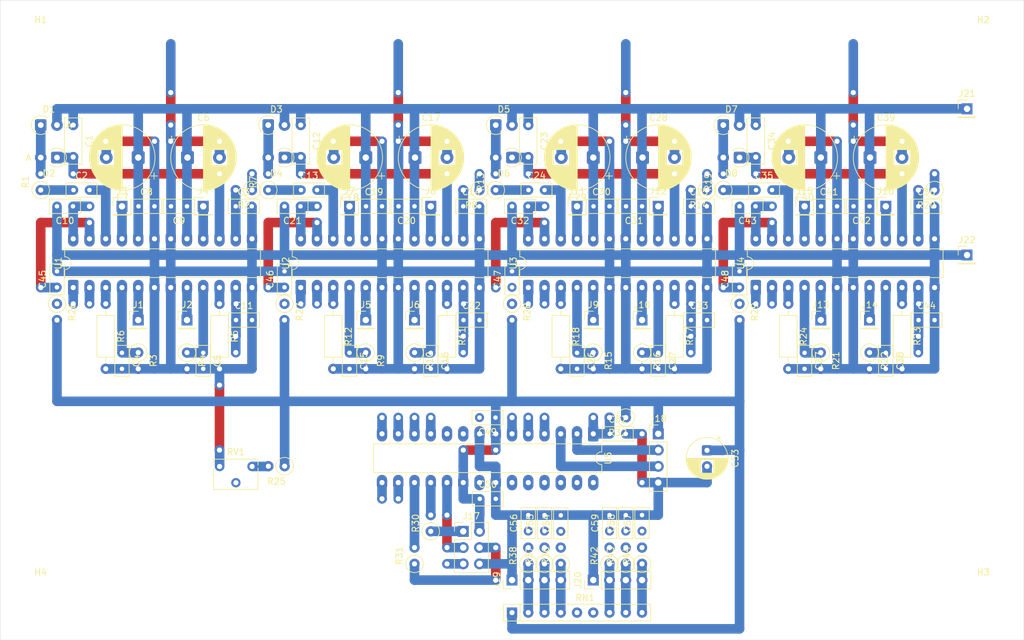
<source format=kicad_pcb>
(kicad_pcb (version 20241229) (generator "pcbnew") (generator_version "9.0")
  (layers (0 "F.Cu" signal) (2 "B.Cu" signal) (13 "F.Paste" user) (15 "B.Paste" user) (5 "F.SilkS" user "F.Silkscreen") (7 "B.SilkS" user "B.Silkscreen") (1 "F.Mask" user) (3 "B.Mask" user) (25 "Edge.Cuts" user))
  (net 0 "")
  (net 1 "Net-(D2-K)")
  (net 2 "+24V")
  (net 3 "Net-(C2-Pad1)")
  (net 4 "Net-(U1-VCP)")
  (net 5 "Net-(U1-EN)")
  (net 6 "GND")
  (net 7 "Net-(U1-RC_A)")
  (net 8 "Net-(U1-RC_B)")
  (net 9 "/Driver_X1/VREF")
  (net 10 "Net-(D4-K)")
  (net 11 "Net-(U2-VCP)")
  (net 12 "Net-(U2-EN)")
  (net 13 "Net-(U2-RC_A)")
  (net 14 "Net-(U2-RC_B)")
  (net 15 "Net-(U1-RESET)")
  (net 16 "Net-(D6-K)")
  (net 17 "Net-(U3-VCP)")
  (net 18 "Net-(U3-EN)")
  (net 19 "Net-(U3-RC_A)")
  (net 20 "Net-(U3-RC_B)")
  (net 21 "Net-(U2-RESET)")
  (net 22 "Net-(D8-K)")
  (net 23 "Net-(U4-VCP)")
  (net 24 "Net-(U4-EN)")
  (net 25 "Net-(U4-RC_A)")
  (net 26 "Net-(U4-RC_B)")
  (net 27 "Net-(U3-RESET)")
  (net 28 "Net-(D1-K)")
  (net 29 "Net-(D3-K)")
  (net 30 "Net-(D5-K)")
  (net 31 "Net-(D7-K)")
  (net 32 "Net-(J1-Pin_1)")
  (net 33 "Net-(J2-Pin_1)")
  (net 34 "Net-(J3-Pin_1)")
  (net 35 "Net-(J4-Pin_1)")
  (net 36 "Net-(J5-Pin_1)")
  (net 37 "Net-(J6-Pin_1)")
  (net 38 "Net-(J7-Pin_1)")
  (net 39 "Net-(J8-Pin_1)")
  (net 40 "Net-(J9-Pin_1)")
  (net 41 "Net-(J10-Pin_1)")
  (net 42 "Net-(J11-Pin_1)")
  (net 43 "Net-(J12-Pin_1)")
  (net 44 "Net-(J13-Pin_1)")
  (net 45 "Net-(J14-Pin_1)")
  (net 46 "Net-(J15-Pin_1)")
  (net 47 "Net-(J16-Pin_1)")
  (net 48 "Net-(U4-RESET)")
  (net 49 "Net-(U1-SENSE_B)")
  (net 50 "Net-(U1-SENSE_A)")
  (net 51 "/EN")
  (net 52 "Net-(U2-SENSE_B)")
  (net 53 "Net-(U2-SENSE_A)")
  (net 54 "+5V")
  (net 55 "Net-(U3-SENSE_B)")
  (net 56 "Net-(U3-SENSE_A)")
  (net 57 "/DIR_X")
  (net 58 "Net-(U4-SENSE_B)")
  (net 59 "Net-(U4-SENSE_A)")
  (net 60 "/STEP_X")
  (net 61 "/STEP_Y")
  (net 62 "/DIR_Y")
  (net 63 "/STEP_Z")
  (net 64 "/DIR_Z")
  (net 65 "/LIMIT_X")
  (net 68 "/RESET")
  (net 69 "Net-(C13-Pad1)")
  (net 70 "Net-(C24-Pad1)")
  (net 71 "Net-(C35-Pad1)")
  (net 72 "/LIMIT_Z")
  (net 73 "/CYCLE_START")
  (net 76 "/LIMIT_Y")
  (net 77 "/SPINDLE_ON")
  (net 79 "/FEED_HOLD")
  (net 80 "/nRST")
  (net 81 "/SPI_MOSI")
  (net 82 "/SPI_MISO")
  (net 83 "/SPI_SCK")
  (net 84 "/RXD")
  (net 85 "/TXD")
  (net 86 "Net-(J19-Pin_2)")
  (net 87 "Net-(J19-Pin_3)")
  (net 88 "Net-(J20-Pin_3)")
  (net 89 "Net-(J20-Pin_2)")
  (net 90 "Net-(R25-Pad2)")
  (net 91 "Net-(J19-Pin_4)")
  (net 94 "Net-(J20-Pin_4)")
  (footprint "Capacitor_THT:C_Rect_L4.6mm_W2.0mm_P2.50mm_MKS02_FKP02" (layer "F.Cu") (at 142.28 96.52)
    (property "Reference" "C33")
    (property "Value" "100n")
  )
  (footprint "Capacitor_THT:C_Rect_L4.6mm_W2.0mm_P2.50mm_MKS02_FKP02" (layer "F.Cu") (at 63.5 78.74 180)
    (property "Reference" "C9")
    (property "Value" "100n")
  )
  (footprint "Connector_PinHeader_2.54mm:PinHeader_1x01_P2.54mm_Vertical" (layer "F.Cu") (at 134.62 96.52)
    (property "Reference" "J10")
    (property "Value" "Conn_01x01")
  )
  (footprint "Capacitor_THT:C_Rect_L4.6mm_W2.0mm_P2.50mm_MKS02_FKP02" (layer "F.Cu") (at 119.38 129.5 90)
    (property "Reference" "C55")
    (property "Value" "100n")
  )
  (footprint "Connector_PinHeader_2.54mm:PinHeader_1x01_P2.54mm_Vertical" (layer "F.Cu") (at 88.9 78.74)
    (property "Reference" "J7")
    (property "Value" "Conn_01x01")
  )
  (footprint "MountingHole:MountingHole_3.2mm_M3_DIN965" (layer "F.Cu") (at 187.96 139.7)
    (property "Reference" "H3")
    (property "Value" "MountingHole")
  )
  (footprint "Resistor_THT:R_Axial_DIN0207_L6.3mm_D2.5mm_P10.16mm_Horizontal" (layer "F.Cu") (at 175.26 93.98 -90)
    (property "Reference" "R23")
    (property "Value" "0R5")
  )
  (footprint "Capacitor_THT:C_Rect_L4.6mm_W2.0mm_P2.50mm_MKS02_FKP02" (layer "F.Cu") (at 45.68 78.74 180)
    (property "Reference" "C10")
    (property "Value" "100n")
  )
  (footprint "Resistor_THT:R_Axial_DIN0207_L6.3mm_D2.5mm_P2.54mm_Vertical" (layer "F.Cu") (at 132.08 134.62 90)
    (property "Reference" "R43")
    (property "Value" "4K7")
  )
  (footprint "Resistor_THT:R_Axial_DIN0207_L6.3mm_D2.5mm_P2.54mm_Vertical" (layer "F.Cu") (at 170.18 101.6 -90)
    (property "Reference" "R22")
    (property "Value" "22K")
  )
  (footprint "Resistor_THT:R_Axial_DIN0207_L6.3mm_D2.5mm_P10.16mm_Horizontal" (layer "F.Cu") (at 121.92 93.98 -90)
    (property "Reference" "R18")
    (property "Value" "0R5")
  )
  (footprint "Diode_THT:D_A-405_P2.54mm_Vertical_AnodeUp" (layer "F.Cu") (at 78.74 71.12 180)
    (property "Reference" "D4")
    (property "Value" "1N4148")
  )
  (footprint "MountingHole:MountingHole_3.2mm_M3_DIN965" (layer "F.Cu") (at 187.96 53.34)
    (property "Reference" "H2")
    (property "Value" "MountingHole")
  )
  (footprint "Package_DIP:DIP-24_W7.62mm_LongPads" (layer "F.Cu") (at 45.72 91.44 90)
    (property "Reference" "U1")
    (property "Value" "L6205N")
  )
  (footprint "Capacitor_THT:C_Rect_L4.6mm_W2.0mm_P2.50mm_MKS02_FKP02" (layer "F.Cu") (at 109.26 124.46)
    (property "Reference" "C50")
    (property "Value" "100n")
  )
  (footprint "Capacitor_THT:C_Rect_L4.6mm_W2.0mm_P2.50mm_MKS02_FKP02" (layer "F.Cu") (at 152.36 78.74 180)
    (property "Reference" "C43")
    (property "Value" "100n")
  )
  (footprint "Resistor_THT:R_Axial_DIN0207_L6.3mm_D2.5mm_P2.54mm_Vertical" (layer "F.Cu") (at 132.08 111.76 180)
    (property "Reference" "R32")
    (property "Value" "10k")
  )
  (footprint "Connector_PinHeader_2.54mm:PinHeader_1x01_P2.54mm_Vertical" (layer "F.Cu") (at 127 96.52)
    (property "Reference" "J9")
    (property "Value" "Conn_01x01")
  )
  (footprint "Resistor_THT:R_Axial_DIN0207_L6.3mm_D2.5mm_P10.16mm_Horizontal" (layer "F.Cu") (at 104.14 93.98 -90)
    (property "Reference" "R11")
    (property "Value" "0R5")
  )
  (footprint "Capacitor_THT:C_Rect_L4.6mm_W2.0mm_P2.50mm_MKS02_FKP02" (layer "F.Cu") (at 137.16 101.64 -90)
    (property "Reference" "C27")
    (property "Value" "1n")
  )
  (footprint "Capacitor_THT:CP_Radial_D10.0mm_P5.00mm" (layer "F.Cu") (at 91.44 71.12 180)
    (property "Reference" "C18")
    (property "Value" "1000u")
  )
  (footprint "Resistor_THT:R_Axial_DIN0207_L6.3mm_D2.5mm_P2.54mm_Vertical" (layer "F.Cu") (at 101.6 129.54 90)
    (property "Reference" "R30")
    (property "Value" "33R")
  )
  (footprint "Capacitor_THT:CP_Radial_D10.0mm_P5.00mm" (layer "F.Cu") (at 63.58 71.12)
    (property "Reference" "C6")
    (property "Value" "1000u")
  )
  (footprint "Diode_THT:D_A-405_P2.54mm_Vertical_AnodeUp" (layer "F.Cu") (at 149.86 71.12 180)
    (property "Reference" "D8")
    (property "Value" "1N4148")
  )
  (footprint "Package_DIP:DIP-24_W7.62mm_LongPads" (layer "F.Cu") (at 81.28 91.44 90)
    (property "Reference" "U2")
    (property "Value" "L6205N")
  )
  (footprint "Capacitor_THT:C_Rect_L4.6mm_W2.0mm_P2.50mm_MKS02_FKP02" (layer "F.Cu") (at 116.8 78.74 180)
    (property "Reference" "C32")
    (property "Value" "100n")
  )
  (footprint "Diode_THT:D_A-405_P2.54mm_Vertical_AnodeUp" (layer "F.Cu") (at 40.64 66.04)
    (property "Reference" "D1")
    (property "Value" "1N4148")
  )
  (footprint "Resistor_THT:R_Axial_DIN0207_L6.3mm_D2.5mm_P2.54mm_Vertical" (layer "F.Cu") (at 116.84 134.62 90)
    (property "Reference" "R38")
    (property "Value" "4K7")
  )
  (footprint "Resistor_THT:R_Axial_DIN0207_L6.3mm_D2.5mm_P2.54mm_Vertical" (layer "F.Cu") (at 162.56 101.6 -90)
    (property "Reference" "R21")
    (property "Value" "22K")
  )
  (footprint "Resistor_THT:R_Axial_DIN0207_L6.3mm_D2.5mm_P2.54mm_Vertical" (layer "F.Cu") (at 40.64 76.2 90)
    (property "Reference" "R1")
    (property "Value" "100")
  )
  (footprint "Connector_PinHeader_2.54mm:PinHeader_1x01_P2.54mm_Vertical" (layer "F.Cu") (at 185.42 86.36)
    (property "Reference" "J22")
    (property "Value" "Conn_01x01")
  )
  (footprint "Resistor_THT:R_Array_SIP9" (layer "F.Cu") (at 114.3 142.24)
    (property "Reference" "RN1")
    (property "Value" "R_Network08")
  )
  (footprint "Resistor_THT:R_Axial_DIN0207_L6.3mm_D2.5mm_P2.54mm_Vertical" (layer "F.Cu") (at 55.88 101.6 -90)
    (property "Reference" "R3")
    (property "Value" "22K")
  )
  (footprint "Package_DIP:DIP-28_W7.62mm_LongPads" (layer "F.Cu") (at 127 114.3 -90)
    (property "Reference" "U5")
    (property "Value" "ATmega328-P")
  )
  (footprint "Capacitor_THT:C_Rect_L4.6mm_W2.0mm_P2.50mm_MKS02_FKP02" (layer "F.Cu") (at 88.9 101.64 -90)
    (property "Reference" "C15")
    (property "Value" "1n")
  )
  (footprint "Capacitor_THT:C_Rect_L7.0mm_W2.5mm_P5.00mm" (layer "F.Cu") (at 45.72 66.04 -90)
    (property "Reference" "C1")
    (property "Value" "220n")
  )
  (footprint "Capacitor_THT:C_Rect_L7.0mm_W2.5mm_P5.00mm" (layer "F.Cu") (at 152.4 66.04 -90)
    (property "Reference" "C34")
    (property "Value" "220n")
  )
  (footprint "Resistor_THT:R_Axial_DIN0207_L6.3mm_D2.5mm_P10.16mm_Horizontal" (layer "F.Cu") (at 50.8 93.98 -90)
    (property "Reference" "R6")
    (property "Value" "0R5")
  )
  (footprint "Connector_PinHeader_2.54mm:PinHeader_1x01_P2.54mm_Vertical" (layer "F.Cu") (at 66.04 78.74)
    (property "Reference" "J4")
    (property "Value" "Conn_01x01")
  )
  (footprint "Resistor_THT:R_Axial_DIN0207_L6.3mm_D2.5mm_P10.16mm_Horizontal" (layer "F.Cu") (at 68.58 93.98 -90)
    (property "Reference" "R5")
    (property "Value" "0R5")
  )
  (footprint "Capacitor_THT:C_Rect_L7.0mm_W2.5mm_P5.00mm" (layer "F.Cu") (at 116.84 66.04 -90)
    (property "Reference" "C23")
    (property "Value" "220n")
  )
  (footprint "Connector_PinHeader_2.54mm:PinHeader_1x01_P2.54mm_Vertical" (layer "F.Cu") (at 172.72 78.74)
    (property "Reference" "J16")
    (property "Value" "Conn_01x01")
  )
  (footprint "Resistor_THT:R_Axial_DIN0207_L6.3mm_D2.5mm_P2.54mm_Vertical" (layer "F.Cu") (at 149.86 93.98 -90)
    (property "Reference" "R29")
    (property "Value" "10K")
  )
  (footprint "Resistor_THT:R_Axial_DIN0207_L6.3mm_D2.5mm_P2.54mm_Vertical" (layer "F.Cu") (at 76.2 76.2 90)
    (property "Reference" "R7")
    (property "Value" "100")
  )
  (footprint "Capacitor_THT:C_Rect_L4.6mm_W2.0mm_P2.50mm_MKS02_FKP02" (layer "F.Cu") (at 134.62 78.74 180)
    (property "Reference" "C31")
    (property "Value" "100n")
  )
  (footprint "Diode_THT:D_A-405_P2.54mm_Vertical_AnodeUp" (layer "F.Cu") (at 111.76 66.04)
    (property "Reference" "D5")
    (property "Value" "1N4148")
  )
  (footprint "Resistor_THT:R_Axial_DIN0207_L6.3mm_D2.5mm_P2.54mm_Vertical" (layer "F.Cu") (at 111.76 76.2 90)
    (property "Reference" "R13")
    (property "Value" "100")
  )
  (footprint "Capacitor_THT:CP_Radial_D10.0mm_P5.00mm" (layer "F.Cu") (at 55.88 71.12 180)
    (property "Reference" "C7")
    (property "Value" "1000u")
  )
  (footprint "Resistor_THT:R_Axial_DIN0207_L6.3mm_D2.5mm_P2.54mm_Vertical" (layer "F.Cu") (at 129.54 134.62 90)
    (property "Reference" "R42")
    (property "Value" "4K7")
  )
  (footprint "Capacitor_THT:C_Rect_L4.6mm_W2.0mm_P2.50mm_MKS02_FKP02" (layer "F.Cu") (at 160.02 101.64 -90)
    (property "Reference" "C37")
    (property "Value" "1n")
  )
  (footprint "Capacitor_THT:C_Rect_L4.6mm_W2.0mm_P2.50mm_MKS02_FKP02" (layer "F.Cu") (at 43.18 91.4 90)
    (property "Reference" "C45")
    (property "Value" "100n")
  )
  (footprint "Capacitor_THT:C_Rect_L7.0mm_W2.5mm_P5.00mm" (layer "F.Cu") (at 81.28 66.04 -90)
    (property "Reference" "C12")
    (property "Value" "220n")
  )
  (footprint "Capacitor_THT:C_Rect_L4.6mm_W2.0mm_P2.50mm_MKS02_FKP02" (layer "F.Cu") (at 149.86 91.4 90)
    (property "Reference" "C48")
    (property "Value" "100n")
  )
  (footprint "Diode_THT:D_A-405_P2.54mm_Vertical_AnodeUp" (layer "F.Cu") (at 76.2 66.04)
    (property "Reference" "D3")
    (property "Value" "1N4148")
  )
  (footprint "Connector_PinHeader_2.54mm:PinHeader_1x01_P2.54mm_Vertical" (layer "F.Cu") (at 101.6 78.74)
    (property "Reference" "J8")
    (property "Value" "Conn_01x01")
  )
  (footprint "Capacitor_THT:CP_Radial_D10.0mm_P5.00mm" (layer "F.Cu") (at 99.14 71.12)
    (property "Reference" "C17")
    (property "Value" "1000u")
  )
  (footprint "Connector_PinHeader_2.54mm:PinHeader_1x04_P2.54mm_Vertical" (layer "F.Cu") (at 114.3 137.16 90)
    (property "Reference" "J19")
    (property "Value" "Conn_01x04")
  )
  (footprint "Resistor_THT:R_Axial_DIN0207_L6.3mm_D2.5mm_P2.54mm_Vertical" (layer "F.Cu") (at 127 101.6 -90)
    (property "Reference" "R15")
    (property "Value" "22K")
  )
  (footprint "Capacitor_THT:C_Rect_L4.6mm_W2.0mm_P2.50mm_MKS02_FKP02" (layer "F.Cu") (at 172.72 101.64 -90)
    (property "Reference" "C38")
    (property "Value" "1n")
  )
  (footprint "Connector_PinHeader_2.54mm:PinHeader_1x01_P2.54mm_Vertical" (layer "F.Cu") (at 185.42 63.5)
    (property "Reference" "J21")
    (property "Value" "Conn_01x01")
  )
  (footprint "Capacitor_THT:CP_Radial_D10.0mm_P5.00mm" (layer "F.Cu") (at 162.56 71.12 180)
    (property "Reference" "C40")
    (property "Value" "1000u")
  )
  (footprint "Capacitor_THT:CP_Radial_D10.0mm_P5.00mm" (layer "F.Cu") (at 127 71.12 180)
    (property "Reference" "C29")
    (property "Value" "1000u")
  )
  (footprint "Capacitor_THT:C_Rect_L4.6mm_W2.0mm_P2.50mm_MKS02_FKP02" (layer "F.Cu") (at 129.58 114.3)
    (property "Reference" "C52")
    (property "Value" "100n")
  )
  (footprint "Capacitor_THT:C_Rect_L4.6mm_W2.0mm_P2.50mm_MKS02_FKP02" (layer "F.Cu") (at 170.18 78.74 180)
    (property "Reference" "C42")
    (property "Value" "100n")
  )
  (footprint "MountingHole:MountingHole_3.2mm_M3_DIN965" (layer "F.Cu") (at 40.64 139.7)
    (property "Reference" "H4")
    (property "Value" "MountingHole")
  )
  (footprint "Diode_THT:D_A-405_P2.54mm_Vertical_AnodeUp" (layer "F.Cu") (at 114.3 71.12 180)
    (property "Reference" "D6")
    (property "Value" "1N4148")
  )
  (footprint "Connector_PinHeader_2.54mm:PinHeader_1x01_P2.54mm_Vertical" (layer "F.Cu") (at 137.16 78.74)
    (property "Reference" "J12")
    (property "Value" "Conn_01x01")
  )
  (footprint "Capacitor_THT:C_Rect_L4.6mm_W2.0mm_P2.50mm_MKS02_FKP02" (layer "F.Cu") (at 66.04 101.64 -90)
    (property "Reference" "C5")
    (property "Value" "1n")
  )
  (footprint "Resistor_THT:R_Axial_DIN0207_L6.3mm_D2.5mm_P2.54mm_Vertical" (layer "F.Cu") (at 43.18 93.98 -90)
    (property "Reference" "R26")
    (property "Value" "10K")
  )
  (footprint "Connector_PinHeader_2.54mm:PinHeader_1x01_P2.54mm_Vertical" (layer "F.Cu") (at 91.44 96.52)
    (property "Reference" "J5")
    (property "Value" "Conn_01x01")
  )
  (footprint "Capacitor_THT:CP_Radial_D10.0mm_P5.00mm" (layer "F.Cu") (at 134.7 71.12)
    (property "Reference" "C28")
    (property "Value" "1000u")
  )
  (footprint "Capacitor_THT:C_Rect_L4.6mm_W2.0mm_P2.50mm_MKS02_FKP02" (layer "F.Cu") (at 152.44 76.2)
    (property "Reference" "C35")
    (property "Value" "10n")
  )
  (footprint "Capacitor_THT:C_Rect_L4.6mm_W2.0mm_P2.50mm_MKS02_FKP02" (layer "F.Cu") (at 106.72 96.52)
    (property "Reference" "C22")
    (property "Value" "100n")
  )
  (footprint "Connector_PinHeader_2.54mm:PinHeader_1x01_P2.54mm_Vertical" (layer "F.Cu") (at 99.06 96.52)
    (property "Reference" "J6")
    (property "Value" "Conn_01x01")
  )
  (footprint "Resistor_THT:R_Axial_DIN0207_L6.3mm_D2.5mm_P2.54mm_Vertical" (layer "F.Cu") (at 73.66 76.2 180)
    (property "Reference" "R2")
    (property "Value" "10K")
  )
  (footprint "Capacitor_THT:C_Rect_L4.6mm_W2.0mm_P2.50mm_MKS02_FKP02" (layer "F.Cu") (at 106.68 78.74)
    (property "Reference" "C14")
    (property "Value" "100n")
  )
  (footprint "Resistor_THT:R_Axial_DIN0207_L6.3mm_D2.5mm_P2.54mm_Vertical" (layer "F.Cu") (at 114.3 93.98 -90)
    (property "Reference" "R28")
    (property "Value" "10K")
  )
  (footprint "Diode_THT:D_A-405_P2.54mm_Vertical_AnodeUp" (layer "F.Cu") (at 147.32 66.04)
    (property "Reference" "D7")
    (property "Value" "1N4148")
  )
  (footprint "Capacitor_THT:C_Rect_L4.6mm_W2.0mm_P2.50mm_MKS02_FKP02" (layer "F.Cu") (at 91.48 78.74)
    (property "Reference" "C19")
    (property "Value" "100n")
  )
  (footprint "Capacitor_THT:C_Rect_L4.6mm_W2.0mm_P2.50mm_MKS02_FKP02" (layer "F.Cu") (at 111.72 111.76 180)
    (property "Reference" "C49")
    (property "Value" "100n")
  )
  (footprint "Connector_PinHeader_2.54mm:PinHeader_2x03_P2.54mm_Vertical" (layer "F.Cu") (at 106.68 129.54)
    (property "Reference" "J17")
    (property "Value" "AVR-ISP-6")
  )
  (footprint "Capacitor_THT:C_Rect_L4.6mm_W2.0mm_P2.50mm_MKS02_FKP02" (layer "F.Cu") (at 132.08 129.5 90)
    (property "Reference" "C58")
    (property "Value" "100n")
  )
  (footprint "Resistor_THT:R_Axial_DIN0207_L6.3mm_D2.5mm_P2.54mm_Vertical" (layer "F.Cu") (at 78.74 93.98 -90)
    (property "Reference" "R27")
    (property "Value" "10K")
  )
  (footprint "Resistor_THT:R_Axial_DIN0207_L6.3mm_D2.5mm_P2.54mm_Vertical" (layer "F.Cu") (at 180.34 76.2 180)
    (property "Reference" "R20")
    (property "Value" "10K")
  )
  (footprint "Capacitor_THT:C_Rect_L4.6mm_W2.0mm_P2.50mm_MKS02_FKP02" (layer "F.Cu") (at 55.92 78.74)
    (property "Reference" "C8")
    (property "Value" "100n")
  )
  (footprint "Capacitor_THT:C_Rect_L4.6mm_W2.0mm_P2.50mm_MKS02_FKP02" (layer "F.Cu") (at 81.32 76.2)
    (property "Reference" "C13")
    (property "Value" "10n")
  )
  (footprint "Capacitor_THT:C_Rect_L4.6mm_W2.0mm_P2.50mm_MKS02_FKP02" (layer "F.Cu") (at 71.12 78.74)
    (property "Reference" "C3")
    (property "Value" "100n")
  )
  (footprint "Capacitor_THT:C_Rect_L4.6mm_W2.0mm_P2.50mm_MKS02_FKP02" (layer "F.Cu") (at 162.6 78.74)
    (property "Reference" "C41")
    (property "Value" "100n")
  )
  (footprint "Resistor_THT:R_Axial_DIN0207_L6.3mm_D2.5mm_P2.54mm_Vertical" (layer "F.Cu") (at 134.62 101.6 -90)
    (property "Reference" "R16")
    (property "Value" "22K")
  )
  (footprint "Connector_PinHeader_2.54mm:PinHeader_1x01_P2.54mm_Vertical" (layer "F.Cu") (at 162.56 96.52)
    (property "Reference" "J13")
    (property "Value" "Conn_01x01")
  )
  (footprint "Connector_PinHeader_2.54mm:PinHeader_1x01_P2.54mm_Vertical" (layer "F.Cu") (at 124.46 78.74)
    (property "Reference" "J11")
    (property "Value" "Conn_01x01")
  )
  (footprint "Capacitor_THT:C_Rect_L4.6mm_W2.0mm_P2.50mm_MKS02_FKP02" (layer "F.Cu") (at 116.84 129.5 90)
    (property "Reference" "C56")
    (property "Value" "100n")
  )
  (footprint "Resistor_THT:R_Axial_DIN0207_L6.3mm_D2.5mm_P2.54mm_Vertical" (layer "F.Cu") (at 63.5 101.6 -90)
    (property "Reference" "R4")
    (property "Value" "22K")
  )
  (footprint "Resistor_THT:R_Axial_DIN0207_L6.3mm_D2.5mm_P2.54mm_Vertical" (layer "F.Cu") (at 78.76 119.36 180)
    (property "Reference" "R25")
    (property "Value" "4K7")
  )
  (footprint "Resistor_THT:R_Axial_DIN0207_L6.3mm_D2.5mm_P10.16mm_Horizontal" (layer "F.Cu") (at 139.7 93.98 -90)
    (property "Reference" "R17")
    (property "Value" "0R5")
  )
  (footprint "Capacitor_THT:C_Rect_L4.6mm_W2.0mm_P2.50mm_MKS02_FKP02" (layer "F.Cu") (at 53.34 101.64 -90)
    (property "Reference" "C4")
    (property "Value" "1n")
  )
  (footprint "Resistor_THT:R_Axial_DIN0207_L6.3mm_D2.5mm_P2.54mm_Vertical" (layer "F.Cu") (at 109.22 76.2 180)
    (property "Reference" "R8")
    (property "Value" "10K")
  )
  (footprint "Connector_PinHeader_2.54mm:PinHeader_1x01_P2.54mm_Vertical" (layer "F.Cu") (at 170.18 96.52)
    (property "Reference" "J14")
    (property "Value" "Conn_01x01")
  )
  (footprint "Capacitor_THT:C_Rect_L4.6mm_W2.0mm_P2.50mm_MKS02_FKP02" (layer "F.Cu") (at 129.54 129.5 90)
    (property "Reference" "C59")
    (property "Value" "100n")
  )
  (footprint "Connector_PinHeader_2.54mm:PinHeader_1x01_P2.54mm_Vertical" (layer "F.Cu") (at 160.02 78.74)
    (property "Reference" "J15")
    (property "Value" "Conn_01x01")
  )
  (footprint "Resistor_THT:R_Axial_DIN0207_L6.3mm_D2.5mm_P2.54mm_Vertical" (layer "F.Cu") (at 99.06 101.6 -90)
    (property "Reference" "R10")
    (property "Value" "22K")
  )
  (footprint "Capacitor_THT:C_Rect_L4.6mm_W2.0mm_P2.50mm_MKS02_FKP02" (layer "F.Cu") (at 124.46 101.64 -90)
    (property "Reference" "C26")
    (property "Value" "1n")
  )
  (footprint "Resistor_THT:R_Axial_DIN0207_L6.3mm_D2.5mm_P10.16mm_Horizontal" (layer "F.Cu") (at 157.48 93.98 -90)
    (property "Reference" "R24")
    (property "Value" "0R5")
  )
  (footprint "Capacitor_THT:C_Rect_L4.6mm_W2.0mm_P2.50mm_MKS02_FKP02" (layer "F.Cu") (at 78.74 91.4 90)
    (property "Reference" "C46")
    (property "Value" "100n")
  )
  (footprint "Connector_PinHeader_2.54mm:PinHeader_1x04_P2.54mm_Vertical" (layer "F.Cu") (at 127 137.16 90)
    (property "Reference" "J20")
    (property "Value" "Conn_01x04")
  )
  (footprint "Connector_PinHeader_2.54mm:PinHeader_1x01_P2.54mm_Vertical" (layer "F.Cu") (at 55.88 96.52)
    (property "Reference" "J1")
    (property "Value" "Conn_01x01")
  )
  (footprint "Resistor_THT:R_Axial_DIN0207_L6.3mm_D2.5mm_P2.54mm_Vertical" (layer "F.Cu") (at 134.62 134.62 90)
    (property "Reference" "R44")
    (property "Value" "4K7")
  )
  (footprint "Resistor_THT:R_Axial_DIN0207_L6.3mm_D2.5mm_P2.54mm_Vertical" (layer "F.Cu") (at 144.78 76.2 180)
    (property "Reference" "R14")
    (property "Value" "10K")
  )
  (footprint "Connector_PinHeader_2.54mm:PinHeader_1x04_P2.54mm_Vertical" (layer "F.Cu") (at 137.16 114.3)
    (property "Reference" "J18")
    (property "Value" "Conn_01x04")
  )
  (footprint "Potentiometer_THT:Potentiometer_Bourns_3266W_Vertical" (layer "F.Cu") (at 73.68 119.4)
    (property "Reference" "RV1")
    (property "Value" "1K")
  )
  (footprint "Capacitor_THT:CP_Radial_D6.3mm_P2.50mm" (layer "F.Cu") (at 144.78 116.88 -90)
    (property "Reference" "C53")
    (property "Value" "100u")
  )
  (footprint "Diode_THT:D_A-405_P2.54mm_Vertical_AnodeUp" (layer "F.Cu") (at 43.18 71.12 180)
    (property "Reference" "D2")
    (property "Value" "1N4148")
  )
  (footprint "Capacitor_THT:C_Rect_L4.6mm_W2.0mm_P2.50mm_MKS02_FKP02" (layer "F.Cu") (at 101.6 101.64 -90)
    (property "Reference" "C16")
    (property "Value" "1n")
  )
  (footprint "Resistor_THT:R_Axial_DIN0207_L6.3mm_D2.5mm_P2.54mm_Vertical" (layer "F.Cu") (at 119.38 134.62 90)
    (property "Reference" "R37")
    (property "Value" "4K7")
  )
  (footprint "Capacitor_THT:C_Rect_L4.6mm_W2.0mm_P2.50mm_MKS02_FKP02" (layer "F.Cu") (at 81.24 78.74 180)
    (property "Reference" "C21")
    (property "Value" "100n")
  )
  (footprint "Capacitor_THT:C_Rect_L4.6mm_W2.0mm_P2.50mm_MKS02_FKP02" (layer "F.Cu") (at 134.62 129.5 90)
    (property "Reference" "C57")
    (property "Value" "100n")
  )
  (footprint "Package_DIP:DIP-24_W7.62mm_LongPads" (layer "F.Cu") (at 116.84 91.44 90)
    (property "Reference" "U3")
    (property "Value" "L6205N")
  )
  (footprint "Connector_PinHeader_2.54mm:PinHeader_1x01_P2.54mm_Vertical" (layer "F.Cu") (at 63.5 96.52)
    (property "Reference" "J2")
    (property "Value" "Conn_01x01")
  )
  (footprint "Connector_PinHeader_2.54mm:PinHeader_1x01_P2.54mm_Vertical" (layer "F.Cu") (at 53.34 78.74)
    (property "Reference" "J3")
    (property "Value" "Conn_01x01")
  )
  (footprint "Capacitor_THT:C_Rect_L4.6mm_W2.0mm_P2.50mm_MKS02_FKP02" (layer "F.Cu") (at 142.24 78.74)
    (property "Reference" "C25")
    (property "Value" "100n")
  )
  (footprint "Resistor_THT:R_Axial_DIN0207_L6.3mm_D2.5mm_P10.16mm_Horizontal" (layer "F.Cu") (at 86.36 93.98 -90)
    (property "Reference" "R12")
    (property "Value" "0R5")
  )
  (footprint "Resistor_THT:R_Axial_DIN0207_L6.3mm_D2.5mm_P2.54mm_Vertical" (layer "F.Cu") (at 147.32 76.2 90)
    (property "Reference" "R19")
    (property "Value" "100")
  )
  (footprint "MountingHole:MountingHole_3.2mm_M3_DIN965" (layer "F.Cu") (at 40.64 53.34)
    (property "Reference" "H1")
    (property "Value" "MountingHole")
  )
  (footprint "Capacitor_THT:C_Rect_L4.6mm_W2.0mm_P2.50mm_MKS02_FKP02" (layer "F.Cu") (at 45.76 76.2)
    (property "Reference" "C2")
    (property "Value" "10n")
  )
  (footprint "Capacitor_THT:C_Rect_L4.6mm_W2.0mm_P2.50mm_MKS02_FKP02" (layer "F.Cu") (at 127.04 78.74)
    (property "Reference" "C30")
    (property "Value" "100n")
  )
  (footprint "Capacitor_THT:CP_Radial_D10.0mm_P5.00mm" (layer "F.Cu") (at 170.26 71.12)
    (property "Reference" "C39")
    (property "Value" "1000u")
  )
  (footprint "Capacitor_THT:C_Rect_L4.6mm_W2.0mm_P2.50mm_MKS02_FKP02" (layer "F.Cu") (at 114.3 91.4 90)
    (property "Reference" "C47")
    (property "Value" "100n")
  )
  (footprint "Capacitor_THT:C_Rect_L4.6mm_W2.0mm_P2.50mm_MKS02_FKP02" (layer "F.Cu") (at 177.84 96.52)
    (property "Reference" "C44")
    (property "Value" "100n")
  )
  (footprint "Capacitor_THT:C_Rect_L4.6mm_W2.0mm_P2.50mm_MKS02_FKP02" (layer "F.Cu") (at 116.88 76.2)
    (property "Reference" "C24")
    (property "Value" "10n")
  )
  (footprint "Resistor_THT:R_Axial_DIN0207_L6.3mm_D2.5mm_P2.54mm_Vertical" (layer "F.Cu") (at 91.44 101.6 -90)
    (property "Reference" "R9")
    (property "Value" "22K")
  )
  (footprint "Capacitor_THT:C_Rect_L4.6mm_W2.0mm_P2.50mm_MKS02_FKP02" (layer "F.Cu") (at 71.16 96.52)
    (property "Reference" "C11")
    (property "Value" "100n")
  )
  (footprint "Resistor_THT:R_Axial_DIN0207_L6.3mm_D2.5mm_P2.54mm_Vertical" (layer "F.Cu") (at 121.92 134.62 90)
    (property "Reference" "R36")
    (property "Value" "4K7")
  )
  (footprint "Package_DIP:DIP-24_W7.62mm_LongPads" (layer "F.Cu") (at 152.4 91.44 90)
    (property "Reference" "U4")
    (property "Value" "L6205N")
  )
  (footprint "Capacitor_THT:C_Rect_L4.6mm_W2.0mm_P2.50mm_MKS02_FKP02" (layer "F.Cu") (at 177.8 78.74)
    (property "Reference" "C36")
    (property "Value" "100n")
  )
  (footprint "Capacitor_THT:C_Rect_L4.6mm_W2.0mm_P2.50mm_MKS02_FKP02" (layer "F.Cu") (at 121.92 129.54 90)
    (property "Reference" "C54")
    (property "Value" "100n")
  )
  (footprint "Capacitor_THT:C_Rect_L4.6mm_W2.0mm_P2.50mm_MKS02_FKP02" (layer "F.Cu") (at 99.06 78.74 180)
    (property "Reference" "C20")
    (property "Value" "100n")
  )
  (footprint "Resistor_THT:R_Axial_DIN0207_L6.3mm_D2.5mm_P2.54mm_Vertical" (layer "F.Cu") (at 99.06 134.62 90)
    (property "Reference" "R31")
    (property "Value" "33R")
  )
  (gr_rect (start 34.3 46.52) (end 194.3 146.52) (stroke (width 0.05)) (fill no) (layer "Edge.Cuts"))
  (segment (start 68.58 73.66) (end 45.72 73.66) (width 1.5) (layer "F.Cu") (net 1))
  (via (at 45.72 73.66) (size 1.5) (drill 0.8) (layers "F.Cu" "B.Cu") (net 1))
  (via (at 68.58 73.66) (size 1.5) (drill 0.8) (layers "F.Cu" "B.Cu") (net 1))
  (segment (start 45.72 73.66) (end 45.72 71.04) (width 1.5) (layer "B.Cu") (net 1))
  (segment (start 43.18 71.12) (end 45.64 71.12) (width 1.5) (layer "B.Cu") (net 1))
  (segment (start 68.58 83.82) (end 68.58 73.66) (width 1.5) (layer "B.Cu") (net 1))
  (segment (start 45.64 71.12) (end 45.72 71.04) (width 1.5) (layer "B.Cu") (net 1))
  (segment (start 99.06 63.5) (end 114.3 63.5) (width 1.5) (layer "B.Cu") (net 2))
  (segment (start 45.72 63.5) (end 45.72 66.04) (width 1.5) (layer "B.Cu") (net 2))
  (segment (start 134.62 63.5) (end 134.62 83.82) (width 1.5) (layer "B.Cu") (net 2))
  (segment (start 55.88 63.5) (end 55.88 83.82) (width 1.5) (layer "B.Cu") (net 2))
  (segment (start 162.56 63.5) (end 170.18 63.5) (width 1.5) (layer "B.Cu") (net 2))
  (segment (start 149.86 63.5) (end 149.86 66.04) (width 1.5) (layer "B.Cu") (net 2))
  (segment (start 152.4 63.5) (end 162.56 63.5) (width 1.5) (layer "B.Cu") (net 2))
  (segment (start 78.74 63.5) (end 78.74 66.04) (width 1.5) (layer "B.Cu") (net 2))
  (segment (start 99.06 63.5) (end 99.06 83.82) (width 1.5) (layer "B.Cu") (net 2))
  (segment (start 81.28 63.5) (end 81.28 66.04) (width 1.5) (layer "B.Cu") (net 2))
  (segment (start 114.3 63.5) (end 116.84 63.5) (width 1.5) (layer "B.Cu") (net 2))
  (segment (start 78.74 63.5) (end 81.28 63.5) (width 1.5) (layer "B.Cu") (net 2))
  (segment (start 116.84 63.5) (end 127 63.5) (width 1.5) (layer "B.Cu") (net 2))
  (segment (start 63.5 63.5) (end 63.5 83.82) (width 1.5) (layer "B.Cu") (net 2))
  (segment (start 91.44 63.5) (end 91.44 83.82) (width 1.5) (layer "B.Cu") (net 2))
  (segment (start 134.62 63.5) (end 149.86 63.5) (width 1.5) (layer "B.Cu") (net 2))
  (segment (start 170.18 63.5) (end 170.18 83.82) (width 1.5) (layer "B.Cu") (net 2))
  (segment (start 43.18 63.5) (end 45.72 63.5) (width 1.5) (layer "B.Cu") (net 2))
  (segment (start 127 63.5) (end 127 83.82) (width 1.5) (layer "B.Cu") (net 2))
  (segment (start 152.4 63.5) (end 152.4 66.04) (width 1.5) (layer "B.Cu") (net 2))
  (segment (start 162.56 63.5) (end 162.56 83.82) (width 1.5) (layer "B.Cu") (net 2))
  (segment (start 116.84 63.5) (end 116.84 66.04) (width 1.5) (layer "B.Cu") (net 2))
  (segment (start 114.3 63.5) (end 114.3 66.04) (width 1.5) (layer "B.Cu") (net 2))
  (segment (start 45.72 63.5) (end 55.88 63.5) (width 1.5) (layer "B.Cu") (net 2))
  (segment (start 185.42 63.5) (end 170.18 63.5) (width 1.5) (layer "B.Cu") (net 2))
  (segment (start 81.28 63.5) (end 91.44 63.5) (width 1.5) (layer "B.Cu") (net 2))
  (segment (start 63.5 63.5) (end 78.74 63.5) (width 1.5) (layer "B.Cu") (net 2))
  (segment (start 127 63.5) (end 134.62 63.5) (width 1.5) (layer "B.Cu") (net 2))
  (segment (start 149.86 63.5) (end 152.4 63.5) (width 1.5) (layer "B.Cu") (net 2))
  (segment (start 43.18 66.04) (end 43.18 63.5) (width 1.5) (layer "B.Cu") (net 2))
  (segment (start 55.88 63.5) (end 63.5 63.5) (width 1.5) (layer "B.Cu") (net 2))
  (segment (start 91.44 63.5) (end 99.06 63.5) (width 1.5) (layer "B.Cu") (net 2))
  (segment (start 45.76 76.2) (end 40.64 76.2) (width 1.5) (layer "B.Cu") (net 3))
  (segment (start 50.8 83.82) (end 50.8 76.2) (width 1.5) (layer "B.Cu") (net 4))
  (segment (start 50.8 76.2) (end 48.26 76.2) (width 1.5) (layer "B.Cu") (net 4))
  (segment (start 71.12 78.74) (end 71.12 76.2) (width 1.5) (layer "B.Cu") (net 5))
  (segment (start 71.12 83.82) (end 71.12 78.74) (width 1.5) (layer "B.Cu") (net 5))
  (segment (start 96.52 68.58) (end 104.14 68.58) (width 1.5) (layer "F.Cu") (net 6))
  (segment (start 132.08 68.58) (end 139.7 68.58) (width 1.5) (layer "F.Cu") (net 6))
  (segment (start 50.8 68.58) (end 58.42 68.58) (width 1.5) (layer "F.Cu") (net 6))
  (segment (start 167.64 68.58) (end 175.26 68.58) (width 1.5) (layer "F.Cu") (net 6))
  (segment (start 132.08 66.04) (end 132.08 60.96) (width 1.5) (layer "F.Cu") (net 6))
  (segment (start 86.36 68.58) (end 93.98 68.58) (width 1.5) (layer "F.Cu") (net 6))
  (segment (start 60.96 66.04) (end 60.96 60.96) (width 1.5) (layer "F.Cu") (net 6))
  (segment (start 60.96 68.58) (end 68.58 68.58) (width 1.5) (layer "F.Cu") (net 6))
  (segment (start 167.64 66.04) (end 167.64 60.96) (width 1.5) (layer "F.Cu") (net 6))
  (segment (start 157.48 68.58) (end 165.1 68.58) (width 1.5) (layer "F.Cu") (net 6))
  (segment (start 68.58 116.84) (end 68.58 106.68) (width 1.5) (layer "F.Cu") (net 6))
  (segment (start 121.92 68.58) (end 129.54 68.58) (width 1.5) (layer "F.Cu") (net 6))
  (segment (start 96.52 66.04) (end 96.52 60.96) (width 1.5) (layer "F.Cu") (net 6))
  (segment (start 134.62 114.3) (end 134.62 121.92) (width 1.5) (layer "F.Cu") (net 6))
  (via (at 93.98 68.58) (size 1.5) (drill 0.8) (layers "F.Cu" "B.Cu") (net 6))
  (via (at 58.42 68.58) (size 1.5) (drill 0.8) (layers "F.Cu" "B.Cu") (net 6))
  (via (at 86.36 68.58) (size 1.5) (drill 0.8) (layers "F.Cu" "B.Cu") (net 6))
  (via (at 175.26 68.58) (size 1.5) (drill 0.8) (layers "F.Cu" "B.Cu") (net 6))
  (via (at 167.64 66.04) (size 1.5) (drill 0.8) (layers "F.Cu" "B.Cu") (net 6))
  (via (at 132.08 66.04) (size 1.5) (drill 0.8) (layers "F.Cu" "B.Cu") (net 6))
  (via (at 68.58 68.58) (size 1.5) (drill 0.8) (layers "F.Cu" "B.Cu") (net 6))
  (via (at 96.52 68.58) (size 1.5) (drill 0.8) (layers "F.Cu" "B.Cu") (net 6))
  (via (at 68.58 106.68) (size 1.5) (drill 0.8) (layers "F.Cu" "B.Cu") (net 6))
  (via (at 68.58 116.84) (size 1.5) (drill 0.8) (layers "F.Cu" "B.Cu") (net 6))
  (via (at 139.7 68.58) (size 1.5) (drill 0.8) (layers "F.Cu" "B.Cu") (net 6))
  (via (at 96.52 60.96) (size 1.5) (drill 0.8) (layers "F.Cu" "B.Cu") (net 6))
  (via (at 132.08 68.58) (size 1.5) (drill 0.8) (layers "F.Cu" "B.Cu") (net 6))
  (via (at 134.62 121.92) (size 1.5) (drill 0.8) (layers "F.Cu" "B.Cu") (net 6))
  (via (at 165.1 68.58) (size 1.5) (drill 0.8) (layers "F.Cu" "B.Cu") (net 6))
  (via (at 157.48 68.58) (size 1.5) (drill 0.8) (layers "F.Cu" "B.Cu") (net 6))
  (via (at 60.96 68.58) (size 1.5) (drill 0.8) (layers "F.Cu" "B.Cu") (net 6))
  (via (at 167.64 60.96) (size 1.5) (drill 0.8) (layers "F.Cu" "B.Cu") (net 6))
  (via (at 129.54 68.58) (size 1.5) (drill 0.8) (layers "F.Cu" "B.Cu") (net 6))
  (via (at 167.64 68.58) (size 1.5) (drill 0.8) (layers "F.Cu" "B.Cu") (net 6))
  (via (at 60.96 66.04) (size 1.5) (drill 0.8) (layers "F.Cu" "B.Cu") (net 6))
  (via (at 50.8 68.58) (size 1.5) (drill 0.8) (layers "F.Cu" "B.Cu") (net 6))
  (via (at 132.08 60.96) (size 1.5) (drill 0.8) (layers "F.Cu" "B.Cu") (net 6))
  (via (at 104.14 68.58) (size 1.5) (drill 0.8) (layers "F.Cu" "B.Cu") (net 6))
  (via (at 96.52 66.04) (size 1.5) (drill 0.8) (layers "F.Cu" "B.Cu") (net 6))
  (via (at 134.62 114.3) (size 1.5) (drill 0.8) (layers "F.Cu" "B.Cu") (net 6))
  (via (at 60.96 60.96) (size 1.5) (drill 0.8) (layers "F.Cu" "B.Cu") (net 6))
  (via (at 121.92 68.58) (size 1.5) (drill 0.8) (layers "F.Cu" "B.Cu") (net 6))
  (segment (start 73.66 96.52) (end 73.66 91.44) (width 1.5) (layer "B.Cu") (net 6))
  (segment (start 73.66 88.9) (end 73.66 91.44) (width 1.5) (layer "B.Cu") (net 6))
  (segment (start 109.22 88.9) (end 109.22 91.44) (width 1.5) (layer "B.Cu") (net 6))
  (segment (start 149.86 88.9) (end 144.78 88.9) (width 1.5) (layer "B.Cu") (net 6))
  (segment (start 73.66 104.14) (end 73.66 96.52) (width 1.5) (layer "B.Cu") (net 6))
  (segment (start 129.54 68.58) (end 129.54 78.74) (width 1.5) (layer "B.Cu") (net 6))
  (segment (start 109.22 96.52) (end 109.22 91.44) (width 1.5) (layer "B.Cu") (net 6))
  (segment (start 73.66 88.9) (end 43.18 88.9) (width 1.5) (layer "B.Cu") (net 6))
  (segment (start 162.56 104.14) (end 165.1 104.14) (width 1.5) (layer "B.Cu") (net 6))
  (segment (start 111.76 127) (end 111.76 121.92) (width 1.5) (layer "B.Cu") (net 6))
  (segment (start 132.08 104.14) (end 134.62 104.14) (width 1.5) (layer "B.Cu") (net 6))
  (segment (start 167.68 83.78) (end 167.64 83.82) (width 1.5) (layer "B.Cu") (net 6))
  (segment (start 132.08 68.58) (end 132.08 66.04) (width 1.5) (layer "B.Cu") (net 6))
  (segment (start 139.7 104.14) (end 144.78 104.14) (width 1.5) (layer "B.Cu") (net 6))
  (segment (start 129.54 104.14) (end 132.08 104.14) (width 1.5) (layer "B.Cu") (net 6))
  (segment (start 180.34 83.82) (end 180.34 86.36) (width 1.5) (layer "B.Cu") (net 6))
  (segment (start 170.18 104.14) (end 172.72 104.14) (width 1.5) (layer "B.Cu") (net 6))
  (segment (start 167.68 68.62) (end 167.64 68.58) (width 1.5) (layer "B.Cu") (net 6))
  (segment (start 109.22 104.14) (end 109.22 96.52) (width 1.5) (layer "B.Cu") (net 6))
  (segment (start 73.66 86.36) (end 73.66 88.9) (width 1.5) (layer "B.Cu") (net 6))
  (segment (start 157.56 68.66) (end 157.48 68.58) (width 1.5) (layer "B.Cu") (net 6))
  (segment (start 104.14 68.58) (end 104.14 71.12) (width 1.5) (layer "B.Cu") (net 6))
  (segment (start 165.1 78.74) (end 165.1 83.82) (width 1.5) (layer "B.Cu") (net 6))
  (segment (start 114.3 134.62) (end 114.3 129.54) (width 1.5) (layer "B.Cu") (net 6))
  (segment (start 114.3 129.54) (end 114.3 127) (width 1.5) (layer "B.Cu") (net 6))
  (segment (start 61 83.78) (end 60.96 83.82) (width 1.5) (layer "B.Cu") (net 6))
  (segment (start 43.18 86.36) (end 43.18 78.74) (width 1.5) (layer "B.Cu") (net 6))
  (segment (start 132.08 114.3) (end 134.62 114.3) (width 1.5) (layer "B.Cu") (net 6))
  (segment (start 137.16 121.92) (end 137.16 127) (width 1.5) (layer "B.Cu") (net 6))
  (segment (start 111.76 121.92) (end 111.76 119.38) (width 1.5) (layer "B.Cu") (net 6))
  (segment (start 55.88 104.14) (end 58.42 104.14) (width 1.5) (layer "B.Cu") (net 6))
  (segment (start 101.6 104.14) (end 104.14 104.14) (width 1.5) (layer "B.Cu") (net 6))
  (segment (start 129.54 83.82) (end 129.54 91.44) (width 1.5) (layer "B.Cu") (net 6))
  (segment (start 144.78 121.92) (end 137.16 121.92) (width 1.5) (layer "B.Cu") (net 6))
  (segment (start 109.22 134.62) (end 114.3 134.62) (width 1.5) (layer "B.Cu") (net 6))
  (segment (start 134.62 121.92) (end 137.16 121.92) (width 1.5) (layer "B.Cu") (net 6))
  (segment (start 50.88 68.66) (end 50.8 68.58) (width 1.5) (layer "B.Cu") (net 6))
  (segment (start 93.98 83.82) (end 93.98 91.44) (width 1.5) (layer "B.Cu") (net 6))
  (segment (start 180.34 86.36) (end 149.86 86.36) (width 1.5) (layer "B.Cu") (net 6))
  (segment (start 96.52 83.82) (end 96.52 91.44) (width 1.5) (layer "B.Cu") (net 6))
  (segment (start 139.7 68.58) (end 139.7 71.12) (width 1.5) (layer "B.Cu") (net 6))
  (segment (start 68.6 104.16) (end 68.58 104.14) (width 1.5) (layer "B.Cu") (net 6))
  (segment (start 86.36 104.14) (end 88.9 104.14) (width 1.5) (layer "B.Cu") (net 6))
  (segment (start 144.78 86.36) (end 144.78 88.9) (width 1.5) (layer "B.Cu") (net 6))
  (segment (start 58.42 83.82) (end 58.42 91.44) (width 1.5) (layer "B.Cu") (net 6))
  (segment (start 167.64 83.82) (end 167.64 91.44) (width 1.5) (layer "B.Cu") (net 6))
  (segment (start 109.22 83.82) (end 109.22 78.78) (width 1.5) (layer "B.Cu") (net 6))
  (segment (start 88.9 104.14) (end 91.44 104.14) (width 1.5) (layer "B.Cu") (net 6))
  (segment (start 114.3 86.36) (end 114.3 78.74) (width 1.5) (layer "B.Cu") (net 6))
  (segment (start 165.1 68.58) (end 165.1 78.74) (width 1.5) (layer "B.Cu") (net 6))
  (segment (start 109.22 83.82) (end 109.22 86.36) (width 1.5) (layer "B.Cu") (net 6))
  (segment (start 185.42 86.36) (end 180.34 86.36) (width 1.5) (layer "B.Cu") (net 6))
  (segment (start 180.34 88.9) (end 149.86 88.9) (width 1.5) (layer "B.Cu") (net 6))
  (segment (start 73.66 83.82) (end 73.66 78.78) (width 1.5) (layer "B.Cu") (net 6))
  (segment (start 175.26 104.14) (end 180.34 104.14) (width 1.5) (layer "B.Cu") (net 6))
  (segment (start 99.06 104.14) (end 101.6 104.14) (width 1.5) (layer "B.Cu") (net 6))
  (segment (start 144.78 104.14) (end 144.78 96.52) (width 1.5) (layer "B.Cu") (net 6))
  (segment (start 157.56 71.12) (end 157.56 68.66) (width 1.5) (layer "B.Cu") (net 6))
  (segment (start 180.34 83.82) (end 180.34 78.78) (width 1.5) (layer "B.Cu") (net 6))
  (segment (start 93.98 91.44) (end 93.98 104.14) (width 1.5) (layer "B.Cu") (net 6))
  (segment (start 96.56 78.74) (end 96.56 68.62) (width 1.5) (layer "B.Cu") (net 6))
  (segment (start 132.12 68.62) (end 132.08 68.58) (width 1.5) (layer "B.Cu") (net 6))
  (segment (start 124.46 104.14) (end 127 104.14) (width 1.5) (layer "B.Cu") (net 6))
  (segment (start 180.34 88.9) (end 180.34 91.44) (width 1.5) (layer "B.Cu") (net 6))
  (segment (start 60.96 91.44) (end 60.96 104.14) (width 1.5) (layer "B.Cu") (net 6))
  (segment (start 96.56 78.74) (end 96.56 83.78) (width 1.5) (layer "B.Cu") (net 6))
  (segment (start 122 71.12) (end 122 68.66) (width 1.5) (layer "B.Cu") (net 6))
  (segment (start 60.96 104.14) (end 63.5 104.14) (width 1.5) (layer "B.Cu") (net 6))
  (segment (start 127 104.14) (end 129.54 104.14) (width 1.5) (layer "B.Cu") (net 6))
  (segment (start 73.66 78.78) (end 73.62 78.74) (width 1.5) (layer "B.Cu") (net 6))
  (segment (start 180.34 78.78) (end 180.3 78.74) (width 1.5) (layer "B.Cu") (net 6))
  (segment (start 91.44 104.14) (end 93.98 104.14) (width 1.5) (layer "B.Cu") (net 6))
  (segment (start 144.78 86.36) (end 114.3 86.36) (width 1.5) (layer "B.Cu") (net 6))
  (segment (start 86.44 71.12) (end 86.44 68.66) (width 1.5) (layer "B.Cu") (net 6))
  (segment (start 78.74 86.36) (end 78.74 78.74) (width 1.5) (layer "B.Cu") (net 6))
  (segment (start 167.68 78.74) (end 167.68 83.78) (width 1.5) (layer "B.Cu") (net 6))
  (segment (start 180.34 86.36) (end 180.34 88.9) (width 1.5) (layer "B.Cu") (net 6))
  (segment (start 73.66 83.82) (end 73.66 86.36) (width 1.5) (layer "B.Cu") (net 6))
  (segment (start 73.66 86.36) (end 78.74 86.36) (width 1.5) (layer "B.Cu") (net 6))
  (segment (start 53.34 104.14) (end 55.88 104.14) (width 1.5) (layer "B.Cu") (net 6))
  (segment (start 109.22 78.78) (end 109.18 78.74) (width 1.5) (layer "B.Cu") (net 6))
  (segment (start 96.52 68.58) (end 96.52 66.04) (width 1.5) (layer "B.Cu") (net 6))
  (segment (start 134.62 104.14) (end 137.16 104.14) (width 1.5) (layer "B.Cu") (net 6))
  (segment (start 60.96 68.58) (end 60.96 66.04) (width 1.5) (layer "B.Cu") (net 6))
  (segment (start 96.56 83.78) (end 96.52 83.82) (width 1.5) (layer "B.Cu") (net 6))
  (segment (start 93.98 78.74) (end 93.98 83.82) (width 1.5) (layer "B.Cu") (net 6))
  (segment (start 68.6 116.86) (end 68.58 116.84) (width 1.5) (layer "B.Cu") (net 6))
  (segment (start 61 78.74) (end 61 83.78) (width 1.5) (layer "B.Cu") (net 6))
  (segment (start 165.1 104.14) (end 167.64 104.14) (width 1.5) (layer "B.Cu") (net 6))
  (segment (start 78.74 88.9) (end 78.74 86.36) (width 1.5) (layer "B.Cu") (net 6))
  (segment (start 58.42 91.44) (end 58.42 104.14) (width 1.5) (layer "B.Cu") (net 6))
  (segment (start 144.78 88.9) (end 114.3 88.9) (width 1.5) (layer "B.Cu") (net 6))
  (segment (start 180.34 104.14) (end 180.34 96.52) (width 1.5) (layer "B.Cu") (net 6))
  (segment (start 167.64 104.14) (end 170.18 104.14) (width 1.5) (layer "B.Cu") (net 6))
  (segment (start 165.1 83.82) (end 165.1 91.44) (width 1.5) (layer "B.Cu") (net 6))
  (segment (start 68.58 68.58) (end 68.58 71.12) (width 1.5) (layer "B.Cu") (net 6))
  (segment (start 43.18 88.9) (end 43.18 86.36) (width 1.5) (layer "B.Cu") (net 6))
  (segment (start 109.22 119.38) (end 109.22 114.3) (width 1.5) (layer "B.Cu") (net 6))
  (segment (start 172.72 104.14) (end 175.26 104.14) (width 1.5) (layer "B.Cu") (net 6))
  (segment (start 144.78 88.9) (end 144.78 91.44) (width 1.5) (layer "B.Cu") (net 6))
  (segment (start 160.02 104.14) (end 162.56 104.14) (width 1.5) (layer "B.Cu") (net 6))
  (segment (start 129.54 78.74) (end 129.54 83.82) (width 1.5) (layer "B.Cu") (net 6))
  (segment (start 96.52 104.14) (end 99.06 104.14) (width 1.5) (layer "B.Cu") (net 6))
  (segment (start 180.34 96.52) (end 180.34 91.44) (width 1.5) (layer "B.Cu") (net 6))
  (segment (start 50.88 71.12) (end 50.88 68.66) (width 1.5) (layer "B.Cu") (net 6))
  (segment (start 104.14 104.14) (end 109.22 104.14) (width 1.5) (layer "B.Cu") (net 6))
  (segment (start 61 78.74) (end 61 68.62) (width 1.5) (layer "B.Cu") (net 6))
  (segment (start 167.64 68.58) (end 167.64 66.04) (width 1.5) (layer "B.Cu") (net 6))
  (segment (start 137.16 127) (end 127 127) (width 1.5) (layer "B.Cu") (net 6))
  (segment (start 144.78 119.38) (end 144.78 121.92) (width 1.5) (layer "B.Cu") (net 6))
  (segment (start 132.12 78.74) (end 132.12 83.78) (width 1.5) (layer "B.Cu") (net 6))
  (segment (start 167.68 78.74) (end 167.68 68.62) (width 1.5) (layer "B.Cu") (net 6))
  (segment (start 66.04 104.14) (end 68.58 104.14) (width 1.5) (layer "B.Cu") (net 6))
  (segment (start 114.3 137.16) (end 114.3 134.62) (width 1.5) (layer "B.Cu") (net 6))
  (segment (start 144.78 78.78) (end 144.74 78.74) (width 1.5) (layer "B.Cu") (net 6))
  (segment (start 96.52 60.96) (end 96.52 53.34) (width 1.5) (layer "B.Cu") (net 6))
  (segment (start 132.12 83.78) (end 132.08 83.82) (width 1.5) (layer "B.Cu") (net 6))
  (segment (start 68.6 119.4) (end 68.6 116.86) (width 1.5) (layer "B.Cu") (net 6))
  (segment (start 109.22 86.36) (end 114.3 86.36) (width 1.5) (layer "B.Cu") (net 6))
  (segment (start 121.92 104.14) (end 124.46 104.14) (width 1.5) (layer "B.Cu") (net 6))
  (segment (start 132.08 83.82) (end 132.08 91.44) (width 1.5) (layer "B.Cu") (net 6))
  (segment (start 96.52 91.44) (end 96.52 104.14) (width 1.5) (layer "B.Cu") (net 6))
  (segment (start 61 68.62) (end 60.96 68.58) (width 1.5) (layer "B.Cu") (net 6))
  (segment (start 63.5 104.14) (end 66.04 104.14) (width 1.5) (layer "B.Cu") (net 6))
  (segment (start 132.08 60.96) (end 132.08 53.34) (width 1.5) (layer "B.Cu") (net 6))
  (segment (start 109.22 86.36) (end 78.74 86.36) (width 1.5) (layer "B.Cu") (net 6))
  (segment (start 165.1 91.44) (end 165.1 104.14) (width 1.5) (layer "B.Cu") (net 6))
  (segment (start 111.76 119.38) (end 109.22 119.38) (width 1.5) (layer "B.Cu") (net 6))
  (segment (start 73.66 86.36) (end 43.18 86.36) (width 1.5) (layer "B.Cu") (net 6))
  (segment (start 122 68.66) (end 121.92 68.58) (width 1.5) (layer "B.Cu") (net 6))
  (segment (start 144.78 83.82) (end 144.78 78.78) (width 1.5) (layer "B.Cu") (net 6))
  (segment (start 60.96 60.96) (end 60.96 53.34) (width 1.5) (layer "B.Cu") (net 6))
  (segment (start 167.64 91.44) (end 167.64 104.14) (width 1.5) (layer "B.Cu") (net 6))
  (segment (start 167.64 60.96) (end 167.64 53.34) (width 1.5) (layer "B.Cu") (net 6))
  (segment (start 60.96 83.82) (end 60.96 91.44) (width 1.5) (layer "B.Cu") (net 6))
  (segment (start 68.58 104.14) (end 73.66 104.14) (width 1.5) (layer "B.Cu") (net 6))
  (segment (start 58.42 104.14) (end 60.96 104.14) (width 1.5) (layer "B.Cu") (net 6))
  (segment (start 127 127) (end 114.3 127) (width 1.5) (layer "B.Cu") (net 6))
  (segment (start 149.86 86.36) (end 149.86 78.74) (width 1.5) (layer "B.Cu") (net 6))
  (segment (start 137.16 104.14) (end 139.7 104.14) (width 1.5) (layer "B.Cu") (net 6))
  (segment (start 50.8 104.14) (end 53.34 104.14) (width 1.5) (layer "B.Cu") (net 6))
  (segment (start 114.3 88.9) (end 114.3 86.36) (width 1.5) (layer "B.Cu") (net 6))
  (segment (start 144.78 83.82) (end 144.78 86.36) (width 1.5) (layer "B.Cu") (net 6))
  (segment (start 127 137.16) (end 127 127) (width 1.5) (layer "B.Cu") (net 6))
  (segment (start 157.48 104.14) (end 160.02 104.14) (width 1.5) (layer "B.Cu") (net 6))
  (segment (start 114.3 88.9) (end 109.22 88.9) (width 1.5) (layer "B.Cu") (net 6))
  (segment (start 144.78 86.36) (end 149.86 86.36) (width 1.5) (layer "B.Cu") (net 6))
  (segment (start 96.56 68.62) (end 96.52 68.58) (width 1.5) (layer "B.Cu") (net 6))
  (segment (start 132.08 91.44) (end 132.08 104.14) (width 1.5) (layer "B.Cu") (net 6))
  (segment (start 78.74 88.9) (end 73.66 88.9) (width 1.5) (layer "B.Cu") (net 6))
  (segment (start 93.98 104.14) (end 96.52 104.14) (width 1.5) (layer "B.Cu") (net 6))
  (segment (start 114.3 127) (end 111.76 127) (width 1.5) (layer "B.Cu") (net 6))
  (segment (start 132.12 78.74) (end 132.12 68.62) (width 1.5) (layer "B.Cu") (net 6))
  (segment (start 149.86 88.9) (end 149.86 86.36) (width 1.5) (layer "B.Cu") (net 6))
  (segment (start 58.42 68.58) (end 58.42 78.74) (width 1.5) (layer "B.Cu") (net 6))
  (segment (start 175.26 68.58) (end 175.26 71.12) (width 1.5) (layer "B.Cu") (net 6))
  (segment (start 68.58 106.68) (end 68.58 104.14) (width 1.5) (layer "B.Cu") (net 6))
  (segment (start 144.78 96.52) (end 144.78 91.44) (width 1.5) (layer "B.Cu") (net 6))
  (segment (start 109.22 88.9) (end 78.74 88.9) (width 1.5) (layer "B.Cu") (net 6))
  (segment (start 86.44 68.66) (end 86.36 68.58) (width 1.5) (layer "B.Cu") (net 6))
  (segment (start 93.98 68.58) (end 93.98 78.74) (width 1.5) (layer "B.Cu") (net 6))
  (segment (start 58.42 78.74) (end 58.42 83.82) (width 1.5) (layer "B.Cu") (net 6))
  (segment (start 129.54 91.44) (end 129.54 104.14) (width 1.5) (layer "B.Cu") (net 6))
  (segment (start 109.22 86.36) (end 109.22 88.9) (width 1.5) (layer "B.Cu") (net 6))
  (segment (start 55.84 101.64) (end 55.88 101.6) (width 1.5) (layer "B.Cu") (net 7))
  (segment (start 53.34 91.44) (end 53.34 101.64) (width 1.5) (layer "B.Cu") (net 7))
  (segment (start 53.34 101.64) (end 55.84 101.64) (width 1.5) (layer "B.Cu") (net 7))
  (segment (start 66.04 91.44) (end 66.04 101.64) (width 1.5) (layer "B.Cu") (net 8))
  (segment (start 63.54 101.64) (end 63.5 101.6) (width 1.5) (layer "B.Cu") (net 8))
  (segment (start 66.04 101.64) (end 63.54 101.64) (width 1.5) (layer "B.Cu") (net 8))
  (via (at 177.8 99.06) (size 1.5) (drill 0.8) (layers "F.Cu" "B.Cu") (net 9))
  (via (at 106.68 99.06) (size 1.5) (drill 0.8) (layers "F.Cu" "B.Cu") (net 9))
  (via (at 106.68 101.6) (size 1.5) (drill 0.8) (layers "F.Cu" "B.Cu") (net 9))
  (via (at 177.8 101.6) (size 1.5) (drill 0.8) (layers "F.Cu" "B.Cu") (net 9))
  (via (at 177.84 93.98) (size 1.5) (drill 0.8) (layers "F.Cu" "B.Cu") (net 9))
  (via (at 142.28 93.98) (size 1.5) (drill 0.8) (layers "F.Cu" "B.Cu") (net 9))
  (via (at 142.24 99.06) (size 1.5) (drill 0.8) (layers "F.Cu" "B.Cu") (net 9))
  (via (at 71.12 101.6) (size 1.5) (drill 0.8) (layers "F.Cu" "B.Cu") (net 9))
  (via (at 48.26 78.74) (size 1.5) (drill 0.8) (layers "F.Cu" "B.Cu") (net 9))
  (via (at 119.38 78.74) (size 1.5) (drill 0.8) (layers "F.Cu" "B.Cu") (net 9))
  (via (at 83.82 78.74) (size 1.5) (drill 0.8) (layers "F.Cu" "B.Cu") (net 9))
  (via (at 142.24 101.6) (size 1.5) (drill 0.8) (layers "F.Cu" "B.Cu") (net 9))
  (via (at 71.16 93.98) (size 1.5) (drill 0.8) (layers "F.Cu" "B.Cu") (net 9))
  (via (at 154.94 78.74) (size 1.5) (drill 0.8) (layers "F.Cu" "B.Cu") (net 9))
  (via (at 71.12 99.06) (size 1.5) (drill 0.8) (layers "F.Cu" "B.Cu") (net 9))
  (via (at 106.72 93.98) (size 1.5) (drill 0.8) (layers "F.Cu" "B.Cu") (net 9))
  (segment (start 142.28 93.98) (end 142.28 91.48) (width 1.5) (layer "B.Cu") (net 9))
  (segment (start 152.4 83.82) (end 152.4 78.78) (width 1.5) (layer "B.Cu") (net 9))
  (segment (start 152.36 78.74) (end 154.94 78.74) (width 1.5) (layer "B.Cu") (net 9))
  (segment (start 116.84 78.78) (end 116.88 78.74) (width 1.5) (layer "B.Cu") (net 9))
  (segment (start 106.72 96.52) (end 106.72 93.98) (width 1.5) (layer "B.Cu") (net 9))
  (segment (start 177.84 96.52) (end 177.84 99.02) (width 1.5) (layer "B.Cu") (net 9))
  (segment (start 116.84 83.82) (end 116.84 78.78) (width 1.5) (layer "B.Cu") (net 9))
  (segment (start 81.24 78.74) (end 83.82 78.74) (width 1.5) (layer "B.Cu") (net 9))
  (segment (start 71.16 96.52) (end 71.16 93.98) (width 1.5) (layer "B.Cu") (net 9))
  (segment (start 106.72 91.48) (end 106.68 91.44) (width 1.5) (layer "B.Cu") (net 9))
  (segment (start 142.28 99.02) (end 142.24 99.06) (width 1.5) (layer "B.Cu") (net 9))
  (segment (start 177.84 93.98) (end 177.84 91.48) (width 1.5) (layer "B.Cu") (net 9))
  (segment (start 177.84 96.52) (end 177.84 93.98) (width 1.5) (layer "B.Cu") (net 9))
  (segment (start 45.68 78.74) (end 48.26 78.74) (width 1.5) (layer "B.Cu") (net 9))
  (segment (start 152.4 78.78) (end 152.44 78.74) (width 1.5) (layer "B.Cu") (net 9))
  (segment (start 177.84 91.48) (end 177.8 91.44) (width 1.5) (layer "B.Cu") (net 9))
  (segment (start 142.28 96.52) (end 142.28 93.98) (width 1.5) (layer "B.Cu") (net 9))
  (segment (start 45.72 83.82) (end 45.72 78.78) (width 1.5) (layer "B.Cu") (net 9))
  (segment (start 81.28 78.78) (end 81.32 78.74) (width 1.5) (layer "B.Cu") (net 9))
  (segment (start 177.84 99.02) (end 177.8 99.06) (width 1.5) (layer "B.Cu") (net 9))
  (segment (start 71.16 93.98) (end 71.16 91.48) (width 1.5) (layer "B.Cu") (net 9))
  (segment (start 142.24 99.06) (end 142.24 101.6) (width 1.5) (layer "B.Cu") (net 9))
  (segment (start 71.16 96.52) (end 71.16 99.02) (width 1.5) (layer "B.Cu") (net 9))
  (segment (start 177.8 99.06) (end 177.8 101.6) (width 1.5) (layer "B.Cu") (net 9))
  (segment (start 106.68 99.06) (end 106.68 101.6) (width 1.5) (layer "B.Cu") (net 9))
  (segment (start 106.72 99.02) (end 106.68 99.06) (width 1.5) (layer "B.Cu") (net 9))
  (segment (start 81.28 83.82) (end 81.28 78.78) (width 1.5) (layer "B.Cu") (net 9))
  (segment (start 71.12 99.06) (end 71.12 101.6) (width 1.5) (layer "B.Cu") (net 9))
  (segment (start 106.72 93.98) (end 106.72 91.48) (width 1.5) (layer "B.Cu") (net 9))
  (segment (start 106.72 96.52) (end 106.72 99.02) (width 1.5) (layer "B.Cu") (net 9))
  (segment (start 71.16 99.02) (end 71.12 99.06) (width 1.5) (layer "B.Cu") (net 9))
  (segment (start 116.8 78.74) (end 119.38 78.74) (width 1.5) (layer "B.Cu") (net 9))
  (segment (start 71.16 91.48) (end 71.12 91.44) (width 1.5) (layer "B.Cu") (net 9))
  (segment (start 142.28 96.52) (end 142.28 99.02) (width 1.5) (layer "B.Cu") (net 9))
  (segment (start 45.72 78.78) (end 45.76 78.74) (width 1.5) (layer "B.Cu") (net 9))
  (segment (start 142.28 91.48) (end 142.24 91.44) (width 1.5) (layer "B.Cu") (net 9))
  (segment (start 104.14 73.66) (end 81.28 73.66) (width 1.5) (layer "F.Cu") (net 10))
  (via (at 104.14 73.66) (size 1.5) (drill 0.8) (layers "F.Cu" "B.Cu") (net 10))
  (via (at 81.28 73.66) (size 1.5) (drill 0.8) (layers "F.Cu" "B.Cu") (net 10))
  (segment (start 104.14 83.82) (end 104.14 73.66) (width 1.5) (layer "B.Cu") (net 10))
  (segment (start 78.74 71.12) (end 81.2 71.12) (width 1.5) (layer "B.Cu") (net 10))
  (segment (start 81.28 73.66) (end 81.28 71.04) (width 1.5) (layer "B.Cu") (net 10))
  (segment (start 81.2 71.12) (end 81.28 71.04) (width 1.5) (layer "B.Cu") (net 10))
  (segment (start 86.36 76.2) (end 83.82 76.2) (width 1.5) (layer "B.Cu") (net 11))
  (segment (start 86.36 83.82) (end 86.36 76.2) (width 1.5) (layer "B.Cu") (net 11))
  (segment (start 106.68 78.74) (end 106.68 76.2) (width 1.5) (layer "B.Cu") (net 12))
  (segment (start 106.68 83.82) (end 106.68 78.74) (width 1.5) (layer "B.Cu") (net 12))
  (segment (start 91.4 101.64) (end 91.44 101.6) (width 1.5) (layer "B.Cu") (net 13))
  (segment (start 88.9 101.64) (end 91.4 101.64) (width 1.5) (layer "B.Cu") (net 13))
  (segment (start 88.9 91.44) (end 88.9 101.64) (width 1.5) (layer "B.Cu") (net 13))
  (segment (start 99.1 101.64) (end 99.06 101.6) (width 1.5) (layer "B.Cu") (net 14))
  (segment (start 101.6 101.64) (end 99.1 101.64) (width 1.5) (layer "B.Cu") (net 14))
  (segment (start 101.6 91.44) (end 101.6 101.64) (width 1.5) (layer "B.Cu") (net 14))
  (segment (start 48.26 81.28) (end 40.64 81.28) (width 1.5) (layer "F.Cu") (net 15))
  (segment (start 40.64 81.28) (end 40.64 91.44) (width 1.5) (layer "F.Cu") (net 15))
  (via (at 48.26 81.28) (size 1.5) (drill 0.8) (layers "F.Cu" "B.Cu") (net 15))
  (via (at 40.64 91.44) (size 1.5) (drill 0.8) (layers "F.Cu" "B.Cu") (net 15))
  (segment (start 43.14 91.44) (end 43.18 91.4) (width 1.5) (layer "B.Cu") (net 15))
  (segment (start 40.64 91.44) (end 43.14 91.44) (width 1.5) (layer "B.Cu") (net 15))
  (segment (start 48.26 83.82) (end 48.26 81.28) (width 1.5) (layer "B.Cu") (net 15))
  (segment (start 139.7 73.66) (end 116.84 73.66) (width 1.5) (layer "F.Cu") (net 16))
  (via (at 116.84 73.66) (size 1.5) (drill 0.8) (layers "F.Cu" "B.Cu") (net 16))
  (via (at 139.7 73.66) (size 1.5) (drill 0.8) (layers "F.Cu" "B.Cu") (net 16))
  (segment (start 116.84 73.66) (end 116.84 71.04) (width 1.5) (layer "B.Cu") (net 16))
  (segment (start 139.7 83.82) (end 139.7 73.66) (width 1.5) (layer "B.Cu") (net 16))
  (segment (start 116.76 71.12) (end 116.84 71.04) (width 1.5) (layer "B.Cu") (net 16))
  (segment (start 114.3 71.12) (end 116.76 71.12) (width 1.5) (layer "B.Cu") (net 16))
  (segment (start 121.92 83.82) (end 121.92 76.2) (width 1.5) (layer "B.Cu") (net 17))
  (segment (start 121.92 76.2) (end 119.38 76.2) (width 1.5) (layer "B.Cu") (net 17))
  (segment (start 142.24 78.74) (end 142.24 76.2) (width 1.5) (layer "B.Cu") (net 18))
  (segment (start 142.24 83.82) (end 142.24 78.74) (width 1.5) (layer "B.Cu") (net 18))
  (segment (start 124.46 91.44) (end 124.46 101.64) (width 1.5) (layer "B.Cu") (net 19))
  (segment (start 126.96 101.64) (end 127 101.6) (width 1.5) (layer "B.Cu") (net 19))
  (segment (start 124.46 101.64) (end 126.96 101.64) (width 1.5) (layer "B.Cu") (net 19))
  (segment (start 134.66 101.64) (end 134.62 101.6) (width 1.5) (layer "B.Cu") (net 20))
  (segment (start 137.16 101.64) (end 134.66 101.64) (width 1.5) (layer "B.Cu") (net 20))
  (segment (start 137.16 91.44) (end 137.16 101.64) (width 1.5) (layer "B.Cu") (net 20))
  (segment (start 83.82 81.28) (end 76.2 81.28) (width 1.5) (layer "F.Cu") (net 21))
  (segment (start 76.2 81.28) (end 76.2 91.44) (width 1.5) (layer "F.Cu") (net 21))
  (via (at 83.82 81.28) (size 1.5) (drill 0.8) (layers "F.Cu" "B.Cu") (net 21))
  (via (at 76.2 91.44) (size 1.5) (drill 0.8) (layers "F.Cu" "B.Cu") (net 21))
  (segment (start 76.2 91.44) (end 78.7 91.44) (width 1.5) (layer "B.Cu") (net 21))
  (segment (start 83.82 83.82) (end 83.82 81.28) (width 1.5) (layer "B.Cu") (net 21))
  (segment (start 78.7 91.44) (end 78.74 91.4) (width 1.5) (layer "B.Cu") (net 21))
  (segment (start 175.26 73.66) (end 152.4 73.66) (width 1.5) (layer "F.Cu") (net 22))
  (via (at 175.26 73.66) (size 1.5) (drill 0.8) (layers "F.Cu" "B.Cu") (net 22))
  (via (at 152.4 73.66) (size 1.5) (drill 0.8) (layers "F.Cu" "B.Cu") (net 22))
  (segment (start 175.26 83.82) (end 175.26 73.66) (width 1.5) (layer "B.Cu") (net 22))
  (segment (start 152.32 71.12) (end 152.4 71.04) (width 1.5) (layer "B.Cu") (net 22))
  (segment (start 152.4 73.66) (end 152.4 71.04) (width 1.5) (layer "B.Cu") (net 22))
  (segment (start 149.86 71.12) (end 152.32 71.12) (width 1.5) (layer "B.Cu") (net 22))
  (segment (start 157.48 76.2) (end 154.94 76.2) (width 1.5) (layer "B.Cu") (net 23))
  (segment (start 157.48 83.82) (end 157.48 76.2) (width 1.5) (layer "B.Cu") (net 23))
  (segment (start 177.8 83.82) (end 177.8 78.74) (width 1.5) (layer "B.Cu") (net 24))
  (segment (start 177.8 78.74) (end 177.8 76.2) (width 1.5) (layer "B.Cu") (net 24))
  (segment (start 160.02 91.44) (end 160.02 101.64) (width 1.5) (layer "B.Cu") (net 25))
  (segment (start 160.02 101.64) (end 162.52 101.64) (width 1.5) (layer "B.Cu") (net 25))
  (segment (start 162.52 101.64) (end 162.56 101.6) (width 1.5) (layer "B.Cu") (net 25))
  (segment (start 170.22 101.64) (end 170.18 101.6) (width 1.5) (layer "B.Cu") (net 26))
  (segment (start 172.72 101.64) (end 170.22 101.64) (width 1.5) (layer "B.Cu") (net 26))
  (segment (start 172.72 91.44) (end 172.72 101.64) (width 1.5) (layer "B.Cu") (net 26))
  (segment (start 111.76 81.28) (end 111.76 91.44) (width 1.5) (layer "F.Cu") (net 27))
  (segment (start 119.38 81.28) (end 111.76 81.28) (width 1.5) (layer "F.Cu") (net 27))
  (via (at 119.38 81.28) (size 1.5) (drill 0.8) (layers "F.Cu" "B.Cu") (net 27))
  (via (at 111.76 91.44) (size 1.5) (drill 0.8) (layers "F.Cu" "B.Cu") (net 27))
  (segment (start 119.38 83.82) (end 119.38 81.28) (width 1.5) (layer "B.Cu") (net 27))
  (segment (start 40.64 73.66) (end 40.64 71.12) (width 1.5) (layer "B.Cu") (net 28))
  (segment (start 40.64 71.12) (end 40.64 66.04) (width 1.5) (layer "B.Cu") (net 28))
  (segment (start 76.2 73.66) (end 76.2 71.12) (width 1.5) (layer "B.Cu") (net 29))
  (segment (start 76.2 71.12) (end 76.2 66.04) (width 1.5) (layer "B.Cu") (net 29))
  (segment (start 111.76 71.12) (end 111.76 66.04) (width 1.5) (layer "B.Cu") (net 30))
  (segment (start 111.76 73.66) (end 111.76 71.12) (width 1.5) (layer "B.Cu") (net 30))
  (segment (start 147.32 73.66) (end 147.32 71.12) (width 1.5) (layer "B.Cu") (net 31))
  (segment (start 147.32 71.12) (end 147.32 66.04) (width 1.5) (layer "B.Cu") (net 31))
  (segment (start 55.88 96.52) (end 55.88 91.44) (width 1.5) (layer "B.Cu") (net 32))
  (segment (start 63.5 91.44) (end 63.5 96.52) (width 1.5) (layer "B.Cu") (net 33))
  (segment (start 53.34 78.74) (end 53.34 83.82) (width 1.5) (layer "B.Cu") (net 34))
  (segment (start 66.04 83.82) (end 66.04 78.74) (width 1.5) (layer "B.Cu") (net 35))
  (segment (start 91.44 96.52) (end 91.44 91.44) (width 1.5) (layer "B.Cu") (net 36))
  (segment (start 99.06 91.44) (end 99.06 96.52) (width 1.5) (layer "B.Cu") (net 37))
  (segment (start 88.9 78.74) (end 88.9 83.82) (width 1.5) (layer "B.Cu") (net 38))
  (segment (start 101.6 83.82) (end 101.6 78.74) (width 1.5) (layer "B.Cu") (net 39))
  (segment (start 127 96.52) (end 127 91.44) (width 1.5) (layer "B.Cu") (net 40))
  (segment (start 134.62 91.44) (end 134.62 96.52) (width 1.5) (layer "B.Cu") (net 41))
  (segment (start 124.46 78.74) (end 124.46 83.82) (width 1.5) (layer "B.Cu") (net 42))
  (segment (start 137.16 83.82) (end 137.16 78.74) (width 1.5) (layer "B.Cu") (net 43))
  (segment (start 162.56 96.52) (end 162.56 91.44) (width 1.5) (layer "B.Cu") (net 44))
  (segment (start 170.18 91.44) (end 170.18 96.52) (width 1.5) (layer "B.Cu") (net 45))
  (segment (start 160.02 78.74) (end 160.02 83.82) (width 1.5) (layer "B.Cu") (net 46))
  (segment (start 172.72 83.82) (end 172.72 78.74) (width 1.5) (layer "B.Cu") (net 47))
  (segment (start 154.94 81.28) (end 147.32 81.28) (width 1.5) (layer "F.Cu") (net 48))
  (segment (start 147.32 81.28) (end 147.32 91.44) (width 1.5) (layer "F.Cu") (net 48))
  (via (at 154.94 81.28) (size 1.5) (drill 0.8) (layers "F.Cu" "B.Cu") (net 48))
  (via (at 147.32 91.44) (size 1.5) (drill 0.8) (layers "F.Cu" "B.Cu") (net 48))
  (segment (start 149.82 91.44) (end 149.86 91.4) (width 1.5) (layer "B.Cu") (net 48))
  (segment (start 147.32 91.44) (end 149.82 91.44) (width 1.5) (layer "B.Cu") (net 48))
  (segment (start 154.94 83.82) (end 154.94 81.28) (width 1.5) (layer "B.Cu") (net 48))
  (segment (start 68.58 93.98) (end 68.58 91.44) (width 1.5) (layer "B.Cu") (net 49))
  (segment (start 50.8 91.44) (end 50.8 93.98) (width 1.5) (layer "B.Cu") (net 50))
  (via (at 180.34 73.66) (size 1.5) (drill 0.8) (layers "F.Cu" "B.Cu") (net 51))
  (via (at 73.66 73.66) (size 1.5) (drill 0.8) (layers "F.Cu" "B.Cu") (net 51))
  (via (at 93.98 111.76) (size 1.5) (drill 0.8) (layers "F.Cu" "B.Cu") (net 51))
  (via (at 144.78 73.66) (size 1.5) (drill 0.8) (layers "F.Cu" "B.Cu") (net 51))
  (via (at 109.22 73.66) (size 1.5) (drill 0.8) (layers "F.Cu" "B.Cu") (net 51))
  (segment (start 144.78 76.2) (end 144.78 73.66) (width 1.5) (layer "B.Cu") (net 51))
  (segment (start 180.34 76.2) (end 180.34 73.66) (width 1.5) (layer "B.Cu") (net 51))
  (segment (start 109.22 76.2) (end 109.22 73.66) (width 1.5) (layer "B.Cu") (net 51))
  (segment (start 93.98 114.3) (end 93.98 111.76) (width 1.5) (layer "B.Cu") (net 51))
  (segment (start 73.66 76.2) (end 73.66 73.66) (width 1.5) (layer "B.Cu") (net 51))
  (segment (start 104.14 93.98) (end 104.14 91.44) (width 1.5) (layer "B.Cu") (net 52))
  (segment (start 86.36 91.44) (end 86.36 93.98) (width 1.5) (layer "B.Cu") (net 53))
  (segment (start 111.76 116.84) (end 106.68 116.84) (width 1.5) (layer "F.Cu") (net 54))
  (via (at 106.68 116.84) (size 1.5) (drill 0.8) (layers "F.Cu" "B.Cu") (net 54))
  (via (at 111.76 116.84) (size 1.5) (drill 0.8) (layers "F.Cu" "B.Cu") (net 54))
  (segment (start 137.16 109.22) (end 132.08 109.22) (width 1.5) (layer "B.Cu") (net 54))
  (segment (start 149.86 109.22) (end 149.86 96.52) (width 1.5) (layer "B.Cu") (net 54))
  (segment (start 78.74 109.22) (end 78.76 109.24) (width 1.5) (layer "B.Cu") (net 54))
  (segment (start 109.22 129.54) (end 109.22 127) (width 1.5) (layer "B.Cu") (net 54))
  (segment (start 109.26 124.46) (end 106.68 124.46) (width 1.5) (layer "B.Cu") (net 54))
  (segment (start 114.3 109.22) (end 111.76 109.22) (width 1.5) (layer "B.Cu") (net 54))
  (segment (start 149.86 109.22) (end 149.86 116.84) (width 1.5) (layer "B.Cu") (net 54))
  (segment (start 137.16 114.3) (end 137.16 109.22) (width 1.5) (layer "B.Cu") (net 54))
  (segment (start 111.76 114.3) (end 111.76 116.84) (width 1.5) (layer "B.Cu") (net 54))
  (segment (start 132.08 109.22) (end 114.3 109.22) (width 1.5) (layer "B.Cu") (net 54))
  (segment (start 78.74 109.22) (end 78.74 96.52) (width 1.5) (layer "B.Cu") (net 54))
  (segment (start 109.22 127) (end 109.26 126.96) (width 1.5) (layer "B.Cu") (net 54))
  (segment (start 149.86 144.78) (end 149.86 116.84) (width 1.5) (layer "B.Cu") (net 54))
  (segment (start 43.18 109.22) (end 43.18 96.52) (width 1.5) (layer "B.Cu") (net 54))
  (segment (start 106.68 116.84) (end 106.68 119.38) (width 1.5) (layer "B.Cu") (net 54))
  (segment (start 114.3 142.24) (end 114.3 144.78) (width 1.5) (layer "B.Cu") (net 54))
  (segment (start 114.3 144.78) (end 149.86 144.78) (width 1.5) (layer "B.Cu") (net 54))
  (segment (start 137.16 109.22) (end 149.86 109.22) (width 1.5) (layer "B.Cu") (net 54))
  (segment (start 106.68 124.46) (end 106.68 121.92) (width 1.5) (layer "B.Cu") (net 54))
  (segment (start 78.76 109.24) (end 78.76 119.36) (width 1.5) (layer "B.Cu") (net 54))
  (segment (start 106.68 119.38) (end 106.68 121.92) (width 1.5) (layer "B.Cu") (net 54))
  (segment (start 114.3 96.52) (end 114.3 109.22) (width 1.5) (layer "B.Cu") (net 54))
  (segment (start 132.08 111.76) (end 132.08 109.22) (width 1.5) (layer "B.Cu") (net 54))
  (segment (start 147.32 116.84) (end 147.28 116.88) (width 1.5) (layer "B.Cu") (net 54))
  (segment (start 109.26 126.96) (end 109.26 124.46) (width 1.5) (layer "B.Cu") (net 54))
  (segment (start 111.76 109.22) (end 111.76 114.3) (width 1.5) (layer "B.Cu") (net 54))
  (segment (start 147.28 116.88) (end 144.78 116.88) (width 1.5) (layer "B.Cu") (net 54))
  (segment (start 111.76 109.22) (end 78.74 109.22) (width 1.5) (layer "B.Cu") (net 54))
  (segment (start 149.86 116.84) (end 147.32 116.84) (width 1.5) (layer "B.Cu") (net 54))
  (segment (start 106.66 119.36) (end 106.68 119.38) (width 1.5) (layer "B.Cu") (net 54))
  (segment (start 78.74 109.22) (end 43.18 109.22) (width 1.5) (layer "B.Cu") (net 54))
  (segment (start 139.7 93.98) (end 139.7 91.44) (width 1.5) (layer "B.Cu") (net 55))
  (segment (start 121.92 91.44) (end 121.92 93.98) (width 1.5) (layer "B.Cu") (net 56))
  (via (at 48.26 93.98) (size 1.5) (drill 0.8) (layers "F.Cu" "B.Cu") (net 57))
  (via (at 101.6 111.76) (size 1.5) (drill 0.8) (layers "F.Cu" "B.Cu") (net 57))
  (via (at 83.82 93.98) (size 1.5) (drill 0.8) (layers "F.Cu" "B.Cu") (net 57))
  (segment (start 83.82 91.44) (end 83.82 93.98) (width 1.5) (layer "B.Cu") (net 57))
  (segment (start 48.26 91.44) (end 48.26 93.98) (width 1.5) (layer "B.Cu") (net 57))
  (segment (start 101.6 114.3) (end 101.6 111.76) (width 1.5) (layer "B.Cu") (net 57))
  (segment (start 175.26 93.98) (end 175.26 91.44) (width 1.5) (layer "B.Cu") (net 58))
  (segment (start 157.48 91.44) (end 157.48 93.98) (width 1.5) (layer "B.Cu") (net 59))
  (via (at 119.38 111.76) (size 1.5) (drill 0.8) (layers "F.Cu" "B.Cu") (net 60))
  (via (at 45.72 93.98) (size 1.5) (drill 0.8) (layers "F.Cu" "B.Cu") (net 60))
  (via (at 81.28 93.98) (size 1.5) (drill 0.8) (layers "F.Cu" "B.Cu") (net 60))
  (segment (start 45.72 91.44) (end 45.72 93.98) (width 1.5) (layer "B.Cu") (net 60))
  (segment (start 119.38 114.3) (end 119.38 111.76) (width 1.5) (layer "B.Cu") (net 60))
  (segment (start 81.28 91.44) (end 81.28 93.98) (width 1.5) (layer "B.Cu") (net 60))
  (via (at 116.84 93.98) (size 1.5) (drill 0.8) (layers "F.Cu" "B.Cu") (net 61))
  (via (at 116.84 111.76) (size 1.5) (drill 0.8) (layers "F.Cu" "B.Cu") (net 61))
  (segment (start 116.84 114.3) (end 116.84 111.76) (width 1.5) (layer "B.Cu") (net 61))
  (segment (start 116.84 91.44) (end 116.84 93.98) (width 1.5) (layer "B.Cu") (net 61))
  (via (at 119.38 93.98) (size 1.5) (drill 0.8) (layers "F.Cu" "B.Cu") (net 62))
  (via (at 99.06 111.76) (size 1.5) (drill 0.8) (layers "F.Cu" "B.Cu") (net 62))
  (segment (start 99.06 114.3) (end 99.06 111.76) (width 1.5) (layer "B.Cu") (net 62))
  (segment (start 119.38 91.44) (end 119.38 93.98) (width 1.5) (layer "B.Cu") (net 62))
  (via (at 114.3 111.76) (size 1.5) (drill 0.8) (layers "F.Cu" "B.Cu") (net 63))
  (via (at 152.4 93.98) (size 1.5) (drill 0.8) (layers "F.Cu" "B.Cu") (net 63))
  (segment (start 114.3 114.3) (end 114.3 111.76) (width 1.5) (layer "B.Cu") (net 63))
  (segment (start 152.4 91.44) (end 152.4 93.98) (width 1.5) (layer "B.Cu") (net 63))
  (via (at 154.94 93.98) (size 1.5) (drill 0.8) (layers "F.Cu" "B.Cu") (net 64))
  (via (at 96.52 111.76) (size 1.5) (drill 0.8) (layers "F.Cu" "B.Cu") (net 64))
  (segment (start 154.94 91.44) (end 154.94 93.98) (width 1.5) (layer "B.Cu") (net 64))
  (segment (start 96.52 114.3) (end 96.52 111.76) (width 1.5) (layer "B.Cu") (net 64))
  (via (at 93.98 124.46) (size 1.5) (drill 0.8) (layers "F.Cu" "B.Cu") (net 65))
  (segment (start 93.98 121.92) (end 93.98 124.46) (width 1.5) (layer "B.Cu") (net 65))
  (segment (start 81.32 76.2) (end 76.2 76.2) (width 1.5) (layer "B.Cu") (net 69))
  (segment (start 116.88 76.2) (end 111.76 76.2) (width 1.5) (layer "B.Cu") (net 70))
  (segment (start 152.44 76.2) (end 147.32 76.2) (width 1.5) (layer "B.Cu") (net 71))
  (segment (start 101.6 127) (end 101.6 121.92) (width 1.5) (layer "B.Cu") (net 72))
  (via (at 96.52 124.46) (size 1.5) (drill 0.8) (layers "F.Cu" "B.Cu") (net 76))
  (segment (start 96.52 121.92) (end 96.52 124.46) (width 1.5) (layer "B.Cu") (net 76))
  (segment (start 99.06 132.08) (end 99.06 121.92) (width 1.5) (layer "B.Cu") (net 77))
  (via (at 127 111.76) (size 1.5) (drill 0.8) (layers "F.Cu" "B.Cu") (net 80))
  (via (at 104.14 134.62) (size 1.5) (drill 0.8) (layers "F.Cu" "B.Cu") (net 80))
  (segment (start 129.54 114.26) (end 129.58 114.3) (width 1.5) (layer "B.Cu") (net 80))
  (segment (start 127 114.3) (end 127 111.76) (width 1.5) (layer "B.Cu") (net 80))
  (segment (start 106.68 134.62) (end 104.14 134.62) (width 1.5) (layer "B.Cu") (net 80))
  (segment (start 129.54 111.76) (end 129.54 114.26) (width 1.5) (layer "B.Cu") (net 80))
  (segment (start 129.58 114.3) (end 127 114.3) (width 1.5) (layer "B.Cu") (net 80))
  (segment (start 111.76 137.16) (end 111.76 132.08) (width 1.5) (layer "F.Cu") (net 81))
  (via (at 111.76 132.08) (size 1.5) (drill 0.8) (layers "F.Cu" "B.Cu") (net 81))
  (via (at 111.76 137.16) (size 1.5) (drill 0.8) (layers "F.Cu" "B.Cu") (net 81))
  (segment (start 99.06 134.62) (end 99.06 137.16) (width 1.5) (layer "B.Cu") (net 81))
  (segment (start 99.06 137.16) (end 111.76 137.16) (width 1.5) (layer "B.Cu") (net 81))
  (segment (start 111.76 132.08) (end 109.22 132.08) (width 1.5) (layer "B.Cu") (net 81))
  (segment (start 106.68 129.54) (end 101.6 129.54) (width 1.5) (layer "B.Cu") (net 82))
  (segment (start 104.14 132.08) (end 104.14 127) (width 1.5) (layer "F.Cu") (net 83))
  (via (at 104.14 132.08) (size 1.5) (drill 0.8) (layers "F.Cu" "B.Cu") (net 83))
  (via (at 104.14 127) (size 1.5) (drill 0.8) (layers "F.Cu" "B.Cu") (net 83))
  (segment (start 104.14 127) (end 104.14 121.92) (width 1.5) (layer "B.Cu") (net 83))
  (segment (start 106.68 132.08) (end 104.14 132.08) (width 1.5) (layer "B.Cu") (net 83))
  (segment (start 124.46 114.3) (end 124.46 116.84) (width 1.5) (layer "B.Cu") (net 84))
  (segment (start 124.46 116.84) (end 137.16 116.84) (width 1.5) (layer "B.Cu") (net 84))
  (segment (start 121.92 119.38) (end 121.92 114.3) (width 1.5) (layer "B.Cu") (net 85))
  (segment (start 137.16 119.38) (end 121.92 119.38) (width 1.5) (layer "B.Cu") (net 85))
  (segment (start 116.84 134.62) (end 116.84 142.24) (width 1.5) (layer "B.Cu") (net 86))
  (segment (start 119.38 134.62) (end 119.38 142.24) (width 1.5) (layer "B.Cu") (net 87))
  (segment (start 132.08 134.62) (end 132.08 142.24) (width 1.5) (layer "B.Cu") (net 88))
  (segment (start 129.54 134.62) (end 129.54 142.24) (width 1.5) (layer "B.Cu") (net 89))
  (segment (start 76.18 119.4) (end 76.22 119.36) (width 1.5) (layer "B.Cu") (net 90))
  (segment (start 73.68 119.4) (end 76.18 119.4) (width 1.5) (layer "B.Cu") (net 90))
  (segment (start 121.92 134.62) (end 121.92 142.24) (width 1.5) (layer "B.Cu") (net 91))
  (segment (start 134.62 134.62) (end 134.62 142.24) (width 1.5) (layer "B.Cu") (net 94))
)
</source>
